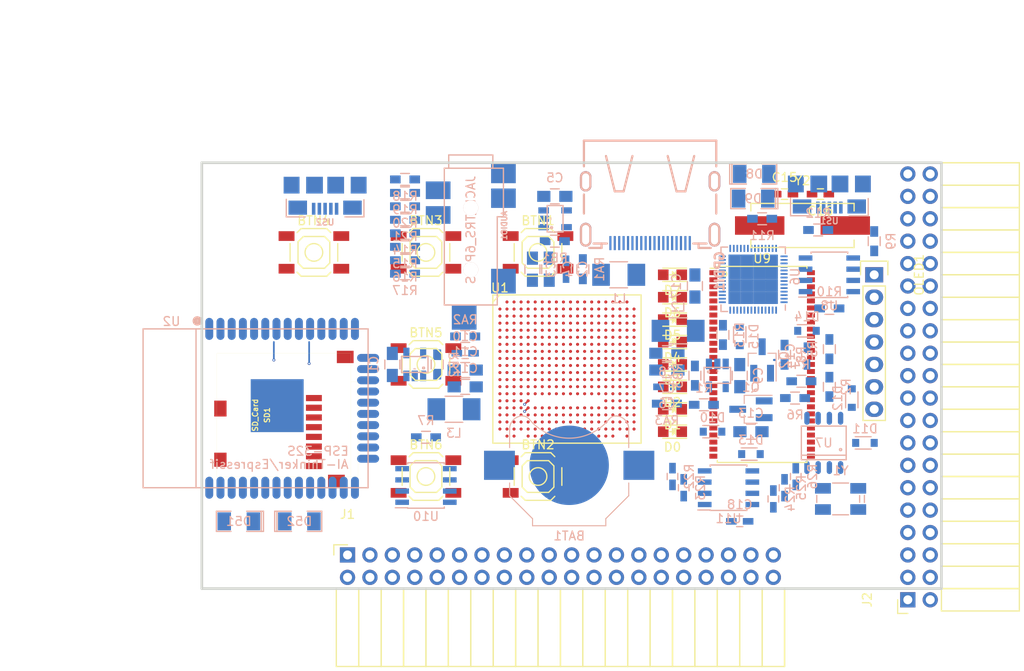
<source format=kicad_pcb>
(kicad_pcb (version 4) (host pcbnew 4.0.5+dfsg1-4)
  (layers (0 F.Cu signal) (1 In1.Cu signal) (2 In2.Cu signal) (31 B.Cu signal) (34 B.Paste user) (35 F.Paste user) (36 B.SilkS user) (37 F.SilkS user) (38 B.Mask user) (39 F.Mask user) (44 Edge.Cuts user))
  (net 0 "")
  (net 1 GND)
  (net 2 +5V)
  (net 3 /gpio/IN5V)
  (net 4 /gpio/OUT5V)
  (net 5 /gpio/P5)
  (net 6 /gpio/P6)
  (net 7 /gpio/P7)
  (net 8 /gpio/P8)
  (net 9 /gpio/P11)
  (net 10 /gpio/P12)
  (net 11 /gpio/P13)
  (net 12 /gpio/P14)
  (net 13 /gpio/P17)
  (net 14 /gpio/P18)
  (net 15 /gpio/P23)
  (net 16 /gpio/P24)
  (net 17 /gpio/P25)
  (net 18 /gpio/P26)
  (net 19 /gpio/P27)
  (net 20 /gpio/P28)
  (net 21 /gpio/P29)
  (net 22 /gpio/P30)
  (net 23 /gpio/P9)
  (net 24 /gpio/P10)
  (net 25 /gpio/P15)
  (net 26 /gpio/P16)
  (net 27 /gpio/P31)
  (net 28 /gpio/P32)
  (net 29 /gpio/P33)
  (net 30 /gpio/P34)
  (net 31 /gpio/P35)
  (net 32 /gpio/P36)
  (net 33 +3V3)
  (net 34 "Net-(L1-Pad1)")
  (net 35 "Net-(L2-Pad1)")
  (net 36 +1V2)
  (net 37 BTN_D)
  (net 38 BTN_F1)
  (net 39 BTN_F2)
  (net 40 BTN_L)
  (net 41 BTN_R)
  (net 42 BTN_U)
  (net 43 /power/FB1)
  (net 44 +2V5)
  (net 45 "Net-(L3-Pad1)")
  (net 46 /power/PWREN)
  (net 47 /power/FB3)
  (net 48 /power/FB2)
  (net 49 "Net-(D9-Pad1)")
  (net 50 /power/VBAT)
  (net 51 SD_3)
  (net 52 JTAG_TDI)
  (net 53 JTAG_TCK)
  (net 54 JTAG_TMS)
  (net 55 JTAG_TDO)
  (net 56 /power/WAKEUPn)
  (net 57 /power/WKUP)
  (net 58 /power/SHUT)
  (net 59 /power/WAKE)
  (net 60 /power/HOLD)
  (net 61 /power/WKn)
  (net 62 /power/OSCI_32k)
  (net 63 /power/OSCO_32k)
  (net 64 /usb/OSCI_12M)
  (net 65 +1V8)
  (net 66 FTDI_nSUSPEND)
  (net 67 USB_FTDI_DM)
  (net 68 USB_FTDI_DP)
  (net 69 /usb/OSCO_12M)
  (net 70 "Net-(Q2-Pad3)")
  (net 71 /usb/EECLK)
  (net 72 /usb/EECS)
  (net 73 "Net-(R11-Pad2)")
  (net 74 /usb/EEDATA)
  (net 75 SHUTDOWN)
  (net 76 /analog/AUDIO_L)
  (net 77 /analog/AUDIO_R)
  (net 78 GPDI_5V_SCL)
  (net 79 GPDI_5V_SDA)
  (net 80 GPDI_SDA)
  (net 81 GPDI_SCL)
  (net 82 /gpdi/VREF2)
  (net 83 /blinkey/BTNPU)
  (net 84 SD_CMD)
  (net 85 SD_CLK)
  (net 86 SD_D0)
  (net 87 SD_D1)
  (net 88 USB5V)
  (net 89 /gpio/R5)
  (net 90 /gpio/R6)
  (net 91 /gpio/R7)
  (net 92 /gpio/R8)
  (net 93 /gpio/R9)
  (net 94 /gpio/R10)
  (net 95 /gpio/R11)
  (net 96 /gpio/R12)
  (net 97 /gpio/R13)
  (net 98 /gpio/R14)
  (net 99 /gpio/R15)
  (net 100 /gpio/R16)
  (net 101 /gpio/R17)
  (net 102 /gpio/R18)
  (net 103 /gpio/R23)
  (net 104 /gpio/R24)
  (net 105 /gpio/R25)
  (net 106 /gpio/R26)
  (net 107 /gpio/R27)
  (net 108 /gpio/R28)
  (net 109 /gpio/R29)
  (net 110 /gpio/R30)
  (net 111 /gpio/R31)
  (net 112 /gpio/R32)
  (net 113 /gpio/R33)
  (net 114 /gpio/R34)
  (net 115 /gpio/R35)
  (net 116 /gpio/R36)
  (module Keystone_3000_1x12mm-CoinCell:Keystone_3000_1x12mm-CoinCell (layer B.Cu) (at 135.73 95.71)
    (fp_text reference BAT1 (at 0 8) (layer B.SilkS) (effects (justify mirror)))
    (fp_text value CR1225)
    (pad 1 smd rect (at -7.9 0) (size 3.5 3.3) (layers B.Cu B.Paste B.Mask) (net 50 /power/VBAT))
    (pad 1 smd rect (at 7.9 0) (size 3.5 3.3) (layers B.Cu B.Paste B.Mask) (net 50 /power/VBAT))
    (pad 2 smd circle (at 0 0) (size 9 9) (layers B.Cu B.Mask) (net 1 GND))
  )
  (module SMD_Packages:SMD-1206_Pol (layer B.Cu) (at 105.149 102.06)
    (fp_text reference D52 (at 0 0) (layer B.SilkS) (effects (justify mirror)))
    (fp_text value 2A)
    (pad 1 smd rect (at -1.651 0) (size 1.524 2.032) (layers B.Cu B.Paste B.Mask) (net 4 /gpio/OUT5V))
    (pad 2 smd rect (at 1.651 0) (size 1.524 2.032) (layers B.Cu B.Paste B.Mask) (net 2 +5V))
  )
  (module SMD_Packages:SMD-1206_Pol (layer B.Cu) (at 98.291 102.06 180)
    (fp_text reference D51 (at 0 0 180) (layer B.SilkS) (effects (justify mirror)))
    (fp_text value 2A)
    (pad 1 smd rect (at -1.651 0 180) (size 1.524 2.032) (layers B.Cu B.Paste B.Mask) (net 2 +5V))
    (pad 2 smd rect (at 1.651 0 180) (size 1.524 2.032) (layers B.Cu B.Paste B.Mask) (net 3 /gpio/IN5V))
  )
  (module micro-sd:MicroSD_TF02D (layer F.Cu) (at 95.8 90.03 90)
    (fp_text reference SD1 (at 0 5.7 90) (layer F.SilkS) (effects (font (size 0.59944 0.59944) (thickness 0.12446))))
    (fp_text value SD_Card (at 0 4.35 90) (layer F.SilkS) (effects (font (size 0.59944 0.59944) (thickness 0.12446))))
    (pad 1 smd rect (at 1.94 11 90) (size 0.7 1.8) (layers F.Cu F.Paste F.Mask) (net 51 SD_3))
    (pad 2 smd rect (at 0.84 11 90) (size 0.7 1.8) (layers F.Cu F.Paste F.Mask) (net 84 SD_CMD))
    (pad 3 smd rect (at -0.26 11 90) (size 0.7 1.8) (layers F.Cu F.Paste F.Mask) (net 1 GND))
    (pad 4 smd rect (at -1.36 11 90) (size 0.7 1.8) (layers F.Cu F.Paste F.Mask) (net 33 +3V3))
    (pad 5 smd rect (at -2.46 11 90) (size 0.7 1.8) (layers F.Cu F.Paste F.Mask) (net 85 SD_CLK))
    (pad 6 smd rect (at -3.56 11 90) (size 0.7 1.8) (layers F.Cu F.Paste F.Mask) (net 1 GND))
    (pad 7 smd rect (at -4.66 11 90) (size 0.7 1.8) (layers F.Cu F.Paste F.Mask) (net 86 SD_D0))
    (pad 8 smd rect (at -5.76 11 90) (size 0.7 1.8) (layers F.Cu F.Paste F.Mask) (net 87 SD_D1))
    (pad S smd rect (at -5.05 0.4 90) (size 1.6 1.4) (layers F.Cu F.Paste F.Mask))
    (pad S smd rect (at 0.75 0.4 90) (size 1.8 1.4) (layers F.Cu F.Paste F.Mask))
    (pad G smd rect (at -7.45 13.55 90) (size 1.4 1.9) (layers F.Cu F.Paste F.Mask))
    (pad G smd rect (at 6.6 14.55 90) (size 1.4 1.9) (layers F.Cu F.Paste F.Mask))
  )
  (module Resistors_SMD:R_1210_HandSoldering (layer B.Cu) (at 141.344 74.12)
    (fp_text reference L1 (at 0 2.7) (layer B.SilkS) (effects (justify mirror)))
    (fp_text value 2.2uH)
    (pad 1 smd rect (at -2 0) (size 2 2.5) (layers B.Cu B.Paste B.Mask) (net 34 "Net-(L1-Pad1)"))
    (pad 2 smd rect (at 2 0) (size 2 2.5) (layers B.Cu B.Paste B.Mask) (net 36 +1V2))
  )
  (module TSOT-25:TSOT-25 (layer B.Cu) (at 134.135 67.77 90)
    (fp_text reference U3 (at 0 -0.5 90) (layer B.SilkS) (effects (font (size 0.15 0.15) (thickness 0.0375)) (justify mirror)))
    (fp_text value AP3429A)
    (pad 1 smd rect (at -0.95 -1.3 90) (size 0.7 1.2) (layers B.Cu B.Paste B.Mask) (net 46 /power/PWREN))
    (pad 2 smd rect (at 0 -1.3 90) (size 0.7 1.2) (layers B.Cu B.Paste B.Mask) (net 1 GND))
    (pad 3 smd rect (at 0.95 -1.3 90) (size 0.7 1.2) (layers B.Cu B.Paste B.Mask) (net 34 "Net-(L1-Pad1)"))
    (pad 4 smd rect (at 0.95 1.3 90) (size 0.7 1.2) (layers B.Cu B.Paste B.Mask) (net 2 +5V))
    (pad 5 smd rect (at -0.95 1.3 90) (size 0.7 1.2) (layers B.Cu B.Paste B.Mask) (net 43 /power/FB1))
  )
  (module Resistors_SMD:R_1210_HandSoldering (layer B.Cu) (at 148.075 80.47 180)
    (fp_text reference L2 (at 0 2.7 180) (layer B.SilkS) (effects (justify mirror)))
    (fp_text value 2.2uH)
    (pad 1 smd rect (at -2 0 180) (size 2 2.5) (layers B.Cu B.Paste B.Mask) (net 35 "Net-(L2-Pad1)"))
    (pad 2 smd rect (at 2 0 180) (size 2 2.5) (layers B.Cu B.Paste B.Mask) (net 33 +3V3))
  )
  (module TSOT-25:TSOT-25 (layer B.Cu) (at 152.52 85.52)
    (fp_text reference U4 (at 0 -0.5) (layer B.SilkS) (effects (font (size 0.15 0.15) (thickness 0.0375)) (justify mirror)))
    (fp_text value AP3429A)
    (pad 1 smd rect (at -0.95 -1.3) (size 0.7 1.2) (layers B.Cu B.Paste B.Mask) (net 46 /power/PWREN))
    (pad 2 smd rect (at 0 -1.3) (size 0.7 1.2) (layers B.Cu B.Paste B.Mask) (net 1 GND))
    (pad 3 smd rect (at 0.95 -1.3) (size 0.7 1.2) (layers B.Cu B.Paste B.Mask) (net 35 "Net-(L2-Pad1)"))
    (pad 4 smd rect (at 0.95 1.3) (size 0.7 1.2) (layers B.Cu B.Paste B.Mask) (net 2 +5V))
    (pad 5 smd rect (at -0.95 1.3) (size 0.7 1.2) (layers B.Cu B.Paste B.Mask) (net 47 /power/FB3))
  )
  (module Buttons_Switches_SMD:SW_SPST_SKQG (layer F.Cu) (at 132.2 71.58)
    (fp_text reference BTN1 (at 0 -3.6) (layer F.SilkS))
    (fp_text value FIRE1)
    (pad 1 smd rect (at -3.1 -1.85) (size 1.8 1.1) (layers F.Cu F.Paste F.Mask) (net 83 /blinkey/BTNPU))
    (pad 1 smd rect (at 3.1 -1.85) (size 1.8 1.1) (layers F.Cu F.Paste F.Mask) (net 83 /blinkey/BTNPU))
    (pad 2 smd rect (at -3.1 1.85) (size 1.8 1.1) (layers F.Cu F.Paste F.Mask) (net 38 BTN_F1))
    (pad 2 smd rect (at 3.1 1.85) (size 1.8 1.1) (layers F.Cu F.Paste F.Mask) (net 38 BTN_F1))
  )
  (module Buttons_Switches_SMD:SW_SPST_SKQG (layer F.Cu) (at 132.2 96.98)
    (fp_text reference BTN2 (at 0 -3.6) (layer F.SilkS))
    (fp_text value FIRE2)
    (pad 1 smd rect (at -3.1 -1.85) (size 1.8 1.1) (layers F.Cu F.Paste F.Mask) (net 83 /blinkey/BTNPU))
    (pad 1 smd rect (at 3.1 -1.85) (size 1.8 1.1) (layers F.Cu F.Paste F.Mask) (net 83 /blinkey/BTNPU))
    (pad 2 smd rect (at -3.1 1.85) (size 1.8 1.1) (layers F.Cu F.Paste F.Mask) (net 39 BTN_F2))
    (pad 2 smd rect (at 3.1 1.85) (size 1.8 1.1) (layers F.Cu F.Paste F.Mask) (net 39 BTN_F2))
  )
  (module Buttons_Switches_SMD:SW_SPST_SKQG (layer F.Cu) (at 119.5 71.58)
    (fp_text reference BTN3 (at 0 -3.6) (layer F.SilkS))
    (fp_text value UP)
    (pad 1 smd rect (at -3.1 -1.85) (size 1.8 1.1) (layers F.Cu F.Paste F.Mask) (net 83 /blinkey/BTNPU))
    (pad 1 smd rect (at 3.1 -1.85) (size 1.8 1.1) (layers F.Cu F.Paste F.Mask) (net 83 /blinkey/BTNPU))
    (pad 2 smd rect (at -3.1 1.85) (size 1.8 1.1) (layers F.Cu F.Paste F.Mask) (net 42 BTN_U))
    (pad 2 smd rect (at 3.1 1.85) (size 1.8 1.1) (layers F.Cu F.Paste F.Mask) (net 42 BTN_U))
  )
  (module Buttons_Switches_SMD:SW_SPST_SKQG (layer F.Cu) (at 106.8 71.58)
    (fp_text reference BTN4 (at 0 -3.6) (layer F.SilkS))
    (fp_text value DOWN)
    (pad 1 smd rect (at -3.1 -1.85) (size 1.8 1.1) (layers F.Cu F.Paste F.Mask) (net 83 /blinkey/BTNPU))
    (pad 1 smd rect (at 3.1 -1.85) (size 1.8 1.1) (layers F.Cu F.Paste F.Mask) (net 83 /blinkey/BTNPU))
    (pad 2 smd rect (at -3.1 1.85) (size 1.8 1.1) (layers F.Cu F.Paste F.Mask) (net 37 BTN_D))
    (pad 2 smd rect (at 3.1 1.85) (size 1.8 1.1) (layers F.Cu F.Paste F.Mask) (net 37 BTN_D))
  )
  (module Buttons_Switches_SMD:SW_SPST_SKQG (layer F.Cu) (at 119.5 84.28)
    (fp_text reference BTN5 (at 0 -3.6) (layer F.SilkS))
    (fp_text value LEFT)
    (pad 1 smd rect (at -3.1 -1.85) (size 1.8 1.1) (layers F.Cu F.Paste F.Mask) (net 83 /blinkey/BTNPU))
    (pad 1 smd rect (at 3.1 -1.85) (size 1.8 1.1) (layers F.Cu F.Paste F.Mask) (net 83 /blinkey/BTNPU))
    (pad 2 smd rect (at -3.1 1.85) (size 1.8 1.1) (layers F.Cu F.Paste F.Mask) (net 40 BTN_L))
    (pad 2 smd rect (at 3.1 1.85) (size 1.8 1.1) (layers F.Cu F.Paste F.Mask) (net 40 BTN_L))
  )
  (module Buttons_Switches_SMD:SW_SPST_SKQG (layer F.Cu) (at 119.5 96.98)
    (fp_text reference BTN6 (at 0 -3.6) (layer F.SilkS))
    (fp_text value RIGHT)
    (pad 1 smd rect (at -3.1 -1.85) (size 1.8 1.1) (layers F.Cu F.Paste F.Mask) (net 83 /blinkey/BTNPU))
    (pad 1 smd rect (at 3.1 -1.85) (size 1.8 1.1) (layers F.Cu F.Paste F.Mask) (net 83 /blinkey/BTNPU))
    (pad 2 smd rect (at -3.1 1.85) (size 1.8 1.1) (layers F.Cu F.Paste F.Mask) (net 41 BTN_R))
    (pad 2 smd rect (at 3.1 1.85) (size 1.8 1.1) (layers F.Cu F.Paste F.Mask) (net 41 BTN_R))
  )
  (module LEDs:LED_0805 (layer F.Cu) (at 147.44 91.9 180)
    (fp_text reference D0 (at 0 -1.75 180) (layer F.SilkS))
    (fp_text value LED)
    (pad 2 smd rect (at 1.04902 0) (size 1.19888 1.19888) (layers F.Cu F.Paste F.Mask))
    (pad 1 smd rect (at -1.04902 0) (size 1.19888 1.19888) (layers F.Cu F.Paste F.Mask) (net 1 GND))
  )
  (module LEDs:LED_0805 (layer F.Cu) (at 147.44 89.36 180)
    (fp_text reference D1 (at 0 -1.75 180) (layer F.SilkS))
    (fp_text value LED)
    (pad 2 smd rect (at 1.04902 0) (size 1.19888 1.19888) (layers F.Cu F.Paste F.Mask))
    (pad 1 smd rect (at -1.04902 0) (size 1.19888 1.19888) (layers F.Cu F.Paste F.Mask) (net 1 GND))
  )
  (module LEDs:LED_0805 (layer F.Cu) (at 147.44 86.82 180)
    (fp_text reference D2 (at 0 -1.75 180) (layer F.SilkS))
    (fp_text value LED)
    (pad 2 smd rect (at 1.04902 0) (size 1.19888 1.19888) (layers F.Cu F.Paste F.Mask))
    (pad 1 smd rect (at -1.04902 0) (size 1.19888 1.19888) (layers F.Cu F.Paste F.Mask) (net 1 GND))
  )
  (module LEDs:LED_0805 (layer F.Cu) (at 147.44 84.28 180)
    (fp_text reference D3 (at 0 -1.75 180) (layer F.SilkS))
    (fp_text value LED)
    (pad 2 smd rect (at 1.04902 0) (size 1.19888 1.19888) (layers F.Cu F.Paste F.Mask))
    (pad 1 smd rect (at -1.04902 0) (size 1.19888 1.19888) (layers F.Cu F.Paste F.Mask) (net 1 GND))
  )
  (module LEDs:LED_0805 (layer F.Cu) (at 147.44 81.74 180)
    (fp_text reference D4 (at 0 -1.75 180) (layer F.SilkS))
    (fp_text value LED)
    (pad 2 smd rect (at 1.04902 0) (size 1.19888 1.19888) (layers F.Cu F.Paste F.Mask))
    (pad 1 smd rect (at -1.04902 0) (size 1.19888 1.19888) (layers F.Cu F.Paste F.Mask) (net 1 GND))
  )
  (module LEDs:LED_0805 (layer F.Cu) (at 147.44 79.2 180)
    (fp_text reference D5 (at 0 -1.75 180) (layer F.SilkS))
    (fp_text value LED)
    (pad 2 smd rect (at 1.04902 0) (size 1.19888 1.19888) (layers F.Cu F.Paste F.Mask))
    (pad 1 smd rect (at -1.04902 0) (size 1.19888 1.19888) (layers F.Cu F.Paste F.Mask) (net 1 GND))
  )
  (module LEDs:LED_0805 (layer F.Cu) (at 147.44 76.66 180)
    (fp_text reference D6 (at 0 -1.75 180) (layer F.SilkS))
    (fp_text value LED)
    (pad 2 smd rect (at 1.04902 0) (size 1.19888 1.19888) (layers F.Cu F.Paste F.Mask))
    (pad 1 smd rect (at -1.04902 0) (size 1.19888 1.19888) (layers F.Cu F.Paste F.Mask) (net 1 GND))
  )
  (module LEDs:LED_0805 (layer F.Cu) (at 147.44 74.12 180)
    (fp_text reference D7 (at 0 -1.75 180) (layer F.SilkS))
    (fp_text value LED)
    (pad 2 smd rect (at 1.04902 0) (size 1.19888 1.19888) (layers F.Cu F.Paste F.Mask))
    (pad 1 smd rect (at -1.04902 0) (size 1.19888 1.19888) (layers F.Cu F.Paste F.Mask) (net 1 GND))
  )
  (module Socket_Strips:Socket_Strip_Straight_1x07 (layer F.Cu) (at 170.3 74.12 270)
    (fp_text reference OLED1 (at 0 -5.1 270) (layer F.SilkS))
    (fp_text value CONN_01X07)
    (pad 1 thru_hole rect (at 0 0 270) (size 1.7272 2.032) (drill 1.016) (layers *.Cu *.Mask) (net 1 GND))
    (pad 2 thru_hole oval (at 2.54 0 270) (size 1.7272 2.032) (drill 1.016) (layers *.Cu *.Mask) (net 33 +3V3))
    (pad 3 thru_hole oval (at 5.08 0 270) (size 1.7272 2.032) (drill 1.016) (layers *.Cu *.Mask))
    (pad 4 thru_hole oval (at 7.62 0 270) (size 1.7272 2.032) (drill 1.016) (layers *.Cu *.Mask))
    (pad 5 thru_hole oval (at 10.16 0 270) (size 1.7272 2.032) (drill 1.016) (layers *.Cu *.Mask))
    (pad 6 thru_hole oval (at 12.7 0 270) (size 1.7272 2.032) (drill 1.016) (layers *.Cu *.Mask))
    (pad 7 thru_hole oval (at 15.24 0 270) (size 1.7272 2.032) (drill 1.016) (layers *.Cu *.Mask))
  )
  (module Resistors_SMD:R_1210_HandSoldering (layer B.Cu) (at 122.675 89.36)
    (fp_text reference L3 (at 0 2.7) (layer B.SilkS) (effects (justify mirror)))
    (fp_text value 2.2uH)
    (pad 1 smd rect (at -2 0) (size 2 2.5) (layers B.Cu B.Paste B.Mask) (net 45 "Net-(L3-Pad1)"))
    (pad 2 smd rect (at 2 0) (size 2 2.5) (layers B.Cu B.Paste B.Mask) (net 44 +2V5))
  )
  (module TSOT-25:TSOT-25 (layer B.Cu) (at 118.23 84.28 180)
    (fp_text reference U5 (at 0 -0.5 180) (layer B.SilkS) (effects (font (size 0.15 0.15) (thickness 0.0375)) (justify mirror)))
    (fp_text value AP3429A)
    (pad 1 smd rect (at -0.95 -1.3 180) (size 0.7 1.2) (layers B.Cu B.Paste B.Mask) (net 46 /power/PWREN))
    (pad 2 smd rect (at 0 -1.3 180) (size 0.7 1.2) (layers B.Cu B.Paste B.Mask) (net 1 GND))
    (pad 3 smd rect (at 0.95 -1.3 180) (size 0.7 1.2) (layers B.Cu B.Paste B.Mask) (net 45 "Net-(L3-Pad1)"))
    (pad 4 smd rect (at 0.95 1.3 180) (size 0.7 1.2) (layers B.Cu B.Paste B.Mask) (net 2 +5V))
    (pad 5 smd rect (at -0.95 1.3 180) (size 0.7 1.2) (layers B.Cu B.Paste B.Mask) (net 48 /power/FB2))
  )
  (module Capacitors_SMD:C_0805_HandSoldering (layer B.Cu) (at 115.69 84.28 270)
    (fp_text reference C1 (at 0 2.1 270) (layer B.SilkS) (effects (justify mirror)))
    (fp_text value 22uF)
    (pad 1 smd rect (at -1.25 0 270) (size 1.5 1.25) (layers B.Cu B.Paste B.Mask) (net 2 +5V))
    (pad 2 smd rect (at 1.25 0 270) (size 1.5 1.25) (layers B.Cu B.Paste B.Mask) (net 1 GND))
  )
  (module Capacitors_SMD:C_0805_HandSoldering (layer B.Cu) (at 131.565 73.485 90)
    (fp_text reference C3 (at 0 2.1 90) (layer B.SilkS) (effects (justify mirror)))
    (fp_text value 22uF)
    (pad 1 smd rect (at -1.25 0 90) (size 1.5 1.25) (layers B.Cu B.Paste B.Mask) (net 36 +1V2))
    (pad 2 smd rect (at 1.25 0 90) (size 1.5 1.25) (layers B.Cu B.Paste B.Mask) (net 1 GND))
  )
  (module Capacitors_SMD:C_0805_HandSoldering (layer B.Cu) (at 133.47 73.485 90)
    (fp_text reference C4 (at 0 2.1 90) (layer B.SilkS) (effects (justify mirror)))
    (fp_text value 22uF)
    (pad 1 smd rect (at -1.25 0 90) (size 1.5 1.25) (layers B.Cu B.Paste B.Mask) (net 36 +1V2))
    (pad 2 smd rect (at 1.25 0 90) (size 1.5 1.25) (layers B.Cu B.Paste B.Mask) (net 1 GND))
  )
  (module Capacitors_SMD:C_0805_HandSoldering (layer B.Cu) (at 134.105 65.23 180)
    (fp_text reference C5 (at 0 2.1 180) (layer B.SilkS) (effects (justify mirror)))
    (fp_text value 22uF)
    (pad 1 smd rect (at -1.25 0 180) (size 1.5 1.25) (layers B.Cu B.Paste B.Mask) (net 2 +5V))
    (pad 2 smd rect (at 1.25 0 180) (size 1.5 1.25) (layers B.Cu B.Paste B.Mask) (net 1 GND))
  )
  (module Capacitors_SMD:C_0805_HandSoldering (layer B.Cu) (at 146.805 84.915)
    (fp_text reference C7 (at 0 2.1) (layer B.SilkS) (effects (justify mirror)))
    (fp_text value 22uF)
    (pad 1 smd rect (at -1.25 0) (size 1.5 1.25) (layers B.Cu B.Paste B.Mask) (net 33 +3V3))
    (pad 2 smd rect (at 1.25 0) (size 1.5 1.25) (layers B.Cu B.Paste B.Mask) (net 1 GND))
  )
  (module Capacitors_SMD:C_0805_HandSoldering (layer B.Cu) (at 146.805 83.01)
    (fp_text reference C8 (at 0 2.1) (layer B.SilkS) (effects (justify mirror)))
    (fp_text value 22uF)
    (pad 1 smd rect (at -1.25 0) (size 1.5 1.25) (layers B.Cu B.Paste B.Mask) (net 33 +3V3))
    (pad 2 smd rect (at 1.25 0) (size 1.5 1.25) (layers B.Cu B.Paste B.Mask) (net 1 GND))
  )
  (module Capacitors_SMD:C_0805_HandSoldering (layer B.Cu) (at 155.06 85.55 90)
    (fp_text reference C9 (at 0 2.1 90) (layer B.SilkS) (effects (justify mirror)))
    (fp_text value 22uF)
    (pad 1 smd rect (at -1.25 0 90) (size 1.5 1.25) (layers B.Cu B.Paste B.Mask) (net 2 +5V))
    (pad 2 smd rect (at 1.25 0 90) (size 1.5 1.25) (layers B.Cu B.Paste B.Mask) (net 1 GND))
  )
  (module Capacitors_SMD:C_0805_HandSoldering (layer B.Cu) (at 123.945 84.915 180)
    (fp_text reference C11 (at 0 2.1 180) (layer B.SilkS) (effects (justify mirror)))
    (fp_text value 22uF)
    (pad 1 smd rect (at -1.25 0 180) (size 1.5 1.25) (layers B.Cu B.Paste B.Mask) (net 44 +2V5))
    (pad 2 smd rect (at 1.25 0 180) (size 1.5 1.25) (layers B.Cu B.Paste B.Mask) (net 1 GND))
  )
  (module Capacitors_SMD:C_0805_HandSoldering (layer B.Cu) (at 123.945 86.82 180)
    (fp_text reference C12 (at 0 2.1 180) (layer B.SilkS) (effects (justify mirror)))
    (fp_text value 22uF)
    (pad 1 smd rect (at -1.25 0 180) (size 1.5 1.25) (layers B.Cu B.Paste B.Mask) (net 44 +2V5))
    (pad 2 smd rect (at 1.25 0 180) (size 1.5 1.25) (layers B.Cu B.Paste B.Mask) (net 1 GND))
  )
  (module SMD_Packages:SMD-1206_Pol (layer B.Cu) (at 156.711 62.69)
    (fp_text reference D8 (at 0 0) (layer B.SilkS) (effects (justify mirror)))
    (fp_text value 2A)
    (pad 1 smd rect (at -1.651 0) (size 1.524 2.032) (layers B.Cu B.Paste B.Mask) (net 2 +5V))
    (pad 2 smd rect (at 1.651 0) (size 1.524 2.032) (layers B.Cu B.Paste B.Mask) (net 88 USB5V))
  )
  (module SMD_Packages:SMD-1206_Pol (layer B.Cu) (at 156.584 65.484 180)
    (fp_text reference D9 (at 0 0 180) (layer B.SilkS) (effects (justify mirror)))
    (fp_text value 2A)
    (pad 1 smd rect (at -1.651 0 180) (size 1.524 2.032) (layers B.Cu B.Paste B.Mask) (net 49 "Net-(D9-Pad1)"))
    (pad 2 smd rect (at 1.651 0 180) (size 1.524 2.032) (layers B.Cu B.Paste B.Mask) (net 2 +5V))
  )
  (module Power_Integrations:SO-8 (layer B.Cu) (at 164.585 93.17 180)
    (fp_text reference U7 (at 0 0 180) (layer B.SilkS) (effects (justify mirror)))
    (fp_text value PCF8523)
    (pad 1 smd oval (at -1.905 -2.794 180) (size 0.6096 1.4732) (layers B.Cu B.Paste B.Mask) (net 62 /power/OSCI_32k))
    (pad 2 smd oval (at -0.635 -2.794 180) (size 0.6096 1.4732) (layers B.Cu B.Paste B.Mask) (net 63 /power/OSCO_32k))
    (pad 3 smd oval (at 0.635 -2.794 180) (size 0.6096 1.4732) (layers B.Cu B.Paste B.Mask) (net 50 /power/VBAT))
    (pad 4 smd oval (at 1.905 -2.794 180) (size 0.6096 1.4732) (layers B.Cu B.Paste B.Mask) (net 1 GND))
    (pad 5 smd oval (at 1.905 2.794 180) (size 0.6096 1.4732) (layers B.Cu B.Paste B.Mask))
    (pad 6 smd oval (at 0.635 2.794 180) (size 0.6096 1.4732) (layers B.Cu B.Paste B.Mask))
    (pad 7 smd oval (at -0.635 2.794 180) (size 0.6096 1.4732) (layers B.Cu B.Paste B.Mask) (net 56 /power/WAKEUPn))
    (pad 8 smd oval (at -1.905 2.794 180) (size 0.6096 1.4732) (layers B.Cu B.Paste B.Mask) (net 44 +2V5))
  )
  (module Capacitors_SMD:C_0805_HandSoldering (layer B.Cu) (at 156.33 91.9 180)
    (fp_text reference C13 (at 0 2.1 180) (layer B.SilkS) (effects (justify mirror)))
    (fp_text value 2.2uF)
    (pad 1 smd rect (at -1.25 0 180) (size 1.5 1.25) (layers B.Cu B.Paste B.Mask) (net 2 +5V))
    (pad 2 smd rect (at 1.25 0 180) (size 1.5 1.25) (layers B.Cu B.Paste B.Mask) (net 57 /power/WKUP))
  )
  (module Diodes_SMD:D_0805 (layer B.Cu) (at 151.978 91.9)
    (fp_text reference D10 (at 0 -1.6) (layer B.SilkS) (effects (justify mirror)))
    (fp_text value 1N4148)
    (pad 1 smd rect (at -1.05 0) (size 0.8 0.9) (layers B.Cu B.Paste B.Mask) (net 59 /power/WAKE))
    (pad 2 smd rect (at 1.05 0) (size 0.8 0.9) (layers B.Cu B.Paste B.Mask) (net 57 /power/WKUP))
  )
  (module Diodes_SMD:D_0805 (layer B.Cu) (at 169.25 93.17)
    (fp_text reference D11 (at 0 -1.6) (layer B.SilkS) (effects (justify mirror)))
    (fp_text value 1N4148)
    (pad 1 smd rect (at -1.05 0) (size 0.8 0.9) (layers B.Cu B.Paste B.Mask) (net 60 /power/HOLD))
    (pad 2 smd rect (at 1.05 0) (size 0.8 0.9) (layers B.Cu B.Paste B.Mask) (net 33 +3V3))
  )
  (module Diodes_SMD:D_0805 (layer B.Cu) (at 155.06 81.105 270)
    (fp_text reference D15 (at 0 -1.6 270) (layer B.SilkS) (effects (justify mirror)))
    (fp_text value BAT42)
    (pad 1 smd rect (at -1.05 0 270) (size 0.8 0.9) (layers B.Cu B.Paste B.Mask) (net 58 /power/SHUT))
    (pad 2 smd rect (at 1.05 0 270) (size 0.8 0.9) (layers B.Cu B.Paste B.Mask) (net 75 SHUTDOWN))
  )
  (module Diodes_SMD:D_0805 (layer B.Cu) (at 167.76 88.09 90)
    (fp_text reference D12 (at 0 -1.6 90) (layer B.SilkS) (effects (justify mirror)))
    (fp_text value 1N4148)
    (pad 1 smd rect (at -1.05 0 90) (size 0.8 0.9) (layers B.Cu B.Paste B.Mask) (net 46 /power/PWREN))
    (pad 2 smd rect (at 1.05 0 90) (size 0.8 0.9) (layers B.Cu B.Paste B.Mask) (net 66 FTDI_nSUSPEND))
  )
  (module usb_otg:USB-MICRO-B-FCI-10118192-0001LF (layer B.Cu) (at 165.22 63.825)
    (fp_text reference US1 (at 0 4.2) (layer B.SilkS) (effects (font (size 0.7 0.7)) (justify mirror)))
    (fp_text value USB_FTDI hide)
    (pad 6 smd rect (at -3.1 2.55) (size 2.1 1.6) (layers B.Cu B.Paste B.Mask) (net 1 GND))
    (pad 6 smd rect (at 3.1 2.55) (size 2.1 1.6) (layers B.Cu B.Paste B.Mask) (net 1 GND))
    (pad "" smd rect (at -1.2 0) (size 1.9 1.9) (layers B.Cu B.Paste B.Mask))
    (pad "" smd rect (at 1.2 0) (size 1.9 1.9) (layers B.Cu B.Paste B.Mask))
    (pad 1 smd rect (at -1.3 2.675) (size 0.4 1.35) (layers B.Cu B.Paste B.Mask) (net 88 USB5V))
    (pad 2 smd rect (at -0.65 2.675) (size 0.4 1.35) (layers B.Cu B.Paste B.Mask) (net 67 USB_FTDI_DM))
    (pad 3 smd rect (at 0 2.675) (size 0.4 1.35) (layers B.Cu B.Paste B.Mask) (net 68 USB_FTDI_DP))
    (pad 4 smd rect (at 0.65 2.675) (size 0.4 1.35) (layers B.Cu B.Paste B.Mask))
    (pad 5 smd rect (at 1.3 2.675) (size 0.4 1.35) (layers B.Cu B.Paste B.Mask) (net 1 GND))
    (pad "" smd rect (at -3.8 0) (size 1.8 1.9) (layers B.Cu B.Paste B.Mask))
    (pad "" smd rect (at 3.8 0) (size 1.8 1.9) (layers B.Cu B.Paste B.Mask))
  )
  (module usb_otg:USB-MICRO-B-FCI-10118192-0001LF (layer B.Cu) (at 108.07 63.96)
    (fp_text reference US2 (at 0 4.2) (layer B.SilkS) (effects (font (size 0.7 0.7)) (justify mirror)))
    (fp_text value USB_FPGA hide)
    (pad 6 smd rect (at -3.1 2.55) (size 2.1 1.6) (layers B.Cu B.Paste B.Mask) (net 1 GND))
    (pad 6 smd rect (at 3.1 2.55) (size 2.1 1.6) (layers B.Cu B.Paste B.Mask) (net 1 GND))
    (pad "" smd rect (at -1.2 0) (size 1.9 1.9) (layers B.Cu B.Paste B.Mask))
    (pad "" smd rect (at 1.2 0) (size 1.9 1.9) (layers B.Cu B.Paste B.Mask))
    (pad 1 smd rect (at -1.3 2.675) (size 0.4 1.35) (layers B.Cu B.Paste B.Mask) (net 49 "Net-(D9-Pad1)"))
    (pad 2 smd rect (at -0.65 2.675) (size 0.4 1.35) (layers B.Cu B.Paste B.Mask))
    (pad 3 smd rect (at 0 2.675) (size 0.4 1.35) (layers B.Cu B.Paste B.Mask))
    (pad 4 smd rect (at 0.65 2.675) (size 0.4 1.35) (layers B.Cu B.Paste B.Mask))
    (pad 5 smd rect (at 1.3 2.675) (size 0.4 1.35) (layers B.Cu B.Paste B.Mask) (net 1 GND))
    (pad "" smd rect (at -3.8 0) (size 1.8 1.9) (layers B.Cu B.Paste B.Mask))
    (pad "" smd rect (at 3.8 0) (size 1.8 1.9) (layers B.Cu B.Paste B.Mask))
  )
  (module audio-jack:CUI_SJ-43516-SMT (layer B.Cu) (at 124.58 69.04 270)
    (fp_text reference AUDIO1 (at -0.5 -3.8 270) (layer B.SilkS) (effects (font (size 0.6096 0.6096) (thickness 0.1524)) (justify mirror)))
    (fp_text value JACK_TRS_6PINS (at 0 0 270) (layer B.SilkS) (effects (justify mirror)))
    (pad 1 smd rect (at -6.4 -3.7 270) (size 2.2 2.8) (layers B.Cu B.Paste B.Mask) (net 76 /analog/AUDIO_L))
    (pad 4 smd rect (at -3.6 -3.7 270) (size 2.2 2.8) (layers B.Cu B.Paste B.Mask))
    (pad 2 smd rect (at 5.8 -3.7 270) (size 2.8 2.8) (layers B.Cu B.Paste B.Mask) (net 1 GND))
    (pad 5 smd rect (at 9.9 0.75 270) (size 2.8 2.8) (layers B.Cu B.Paste B.Mask))
    (pad 3 smd rect (at -1.7 3.7 270) (size 2 2.8) (layers B.Cu B.Paste B.Mask) (net 77 /analog/AUDIO_R))
    (pad 6 smd rect (at -4.5 3.7 270) (size 2 2.8) (layers B.Cu B.Paste B.Mask))
    (pad "" np_thru_hole circle (at -2.5 0 270) (size 1.7 1.7) (drill 1.7) (layers *.Cu *.Mask B.SilkS) (clearance 0.4))
    (pad "" np_thru_hole circle (at 4.5 0 270) (size 1.7 1.7) (drill 1.7) (layers *.Cu *.Mask B.SilkS) (clearance 0.4))
  )
  (module abs25:Crystal_SMD_ABS25 (layer B.Cu) (at 166.49 99.52 180)
    (fp_text reference Y1 (at 0 3.2 180) (layer B.SilkS) (effects (justify mirror)))
    (fp_text value 32768Hz)
    (pad 4 smd rect (at -2 1.2 180) (size 1.8 1.2) (layers B.Cu B.Paste B.Mask) (net 63 /power/OSCO_32k))
    (pad 3 smd rect (at 2 1.2 180) (size 1.8 1.2) (layers B.Cu B.Paste B.Mask))
    (pad 2 smd rect (at 2 -1.2 180) (size 1.8 1.2) (layers B.Cu B.Paste B.Mask))
    (pad 1 smd rect (at -2 -1.2 180) (size 1.8 1.2) (layers B.Cu B.Paste B.Mask) (net 62 /power/OSCI_32k))
  )
  (module TSOP54:TSOP54 (layer F.Cu) (at 157.6 84.28)
    (fp_text reference U9 (at 0 -12) (layer F.SilkS))
    (fp_text value MT48LC16M16A2TG)
    (pad 28 smd rect (at 5.53 10.4) (size 0.9 0.56) (layers F.Cu F.Paste F.Mask) (net 1 GND))
    (pad 1 smd rect (at -5.53 -10.4) (size 0.9 0.56) (layers F.Cu F.Paste F.Mask) (net 33 +3V3))
    (pad 2 smd rect (at -5.53 -9.6) (size 0.9 0.56) (layers F.Cu F.Paste F.Mask))
    (pad 3 smd rect (at -5.53 -8.8) (size 0.9 0.56) (layers F.Cu F.Paste F.Mask) (net 33 +3V3))
    (pad 4 smd rect (at -5.53 -8) (size 0.9 0.56) (layers F.Cu F.Paste F.Mask))
    (pad 5 smd rect (at -5.53 -7.2) (size 0.9 0.56) (layers F.Cu F.Paste F.Mask))
    (pad 6 smd rect (at -5.53 -6.4) (size 0.9 0.56) (layers F.Cu F.Paste F.Mask) (net 1 GND))
    (pad 7 smd rect (at -5.53 -5.6) (size 0.9 0.56) (layers F.Cu F.Paste F.Mask))
    (pad 8 smd rect (at -5.53 -4.8) (size 0.9 0.56) (layers F.Cu F.Paste F.Mask))
    (pad 9 smd rect (at -5.53 -4) (size 0.9 0.56) (layers F.Cu F.Paste F.Mask) (net 33 +3V3))
    (pad 10 smd rect (at -5.53 -3.2) (size 0.9 0.56) (layers F.Cu F.Paste F.Mask))
    (pad 11 smd rect (at -5.53 -2.4) (size 0.9 0.56) (layers F.Cu F.Paste F.Mask))
    (pad 12 smd rect (at -5.53 -1.6) (size 0.9 0.56) (layers F.Cu F.Paste F.Mask) (net 1 GND))
    (pad 13 smd rect (at -5.53 -0.8) (size 0.9 0.56) (layers F.Cu F.Paste F.Mask))
    (pad 14 smd rect (at -5.53 0) (size 0.9 0.56) (layers F.Cu F.Paste F.Mask) (net 33 +3V3))
    (pad 15 smd rect (at -5.53 0.8) (size 0.9 0.56) (layers F.Cu F.Paste F.Mask))
    (pad 16 smd rect (at -5.53 1.6) (size 0.9 0.56) (layers F.Cu F.Paste F.Mask))
    (pad 17 smd rect (at -5.53 2.4) (size 0.9 0.56) (layers F.Cu F.Paste F.Mask))
    (pad 18 smd rect (at -5.53 3.2) (size 0.9 0.56) (layers F.Cu F.Paste F.Mask))
    (pad 19 smd rect (at -5.53 4) (size 0.9 0.56) (layers F.Cu F.Paste F.Mask))
    (pad 20 smd rect (at -5.53 4.8) (size 0.9 0.56) (layers F.Cu F.Paste F.Mask))
    (pad 21 smd rect (at -5.53 5.6) (size 0.9 0.56) (layers F.Cu F.Paste F.Mask))
    (pad 22 smd rect (at -5.53 6.4) (size 0.9 0.56) (layers F.Cu F.Paste F.Mask))
    (pad 23 smd rect (at -5.53 7.2) (size 0.9 0.56) (layers F.Cu F.Paste F.Mask))
    (pad 24 smd rect (at -5.53 8) (size 0.9 0.56) (layers F.Cu F.Paste F.Mask))
    (pad 25 smd rect (at -5.53 8.8) (size 0.9 0.56) (layers F.Cu F.Paste F.Mask))
    (pad 26 smd rect (at -5.53 9.6) (size 0.9 0.56) (layers F.Cu F.Paste F.Mask))
    (pad 27 smd rect (at -5.53 10.4) (size 0.9 0.56) (layers F.Cu F.Paste F.Mask) (net 33 +3V3))
    (pad 29 smd rect (at 5.53 9.6) (size 0.9 0.56) (layers F.Cu F.Paste F.Mask))
    (pad 30 smd rect (at 5.53 8.8) (size 0.9 0.56) (layers F.Cu F.Paste F.Mask))
    (pad 31 smd rect (at 5.53 8) (size 0.9 0.56) (layers F.Cu F.Paste F.Mask))
    (pad 32 smd rect (at 5.53 7.2) (size 0.9 0.56) (layers F.Cu F.Paste F.Mask))
    (pad 33 smd rect (at 5.53 6.4) (size 0.9 0.56) (layers F.Cu F.Paste F.Mask))
    (pad 34 smd rect (at 5.53 5.6) (size 0.9 0.56) (layers F.Cu F.Paste F.Mask))
    (pad 35 smd rect (at 5.53 4.8) (size 0.9 0.56) (layers F.Cu F.Paste F.Mask))
    (pad 36 smd rect (at 5.53 4) (size 0.9 0.56) (layers F.Cu F.Paste F.Mask))
    (pad 37 smd rect (at 5.53 3.2) (size 0.9 0.56) (layers F.Cu F.Paste F.Mask))
    (pad 38 smd rect (at 5.53 2.4) (size 0.9 0.56) (layers F.Cu F.Paste F.Mask))
    (pad 39 smd rect (at 5.53 1.6) (size 0.9 0.56) (layers F.Cu F.Paste F.Mask))
    (pad 40 smd rect (at 5.53 0.8) (size 0.9 0.56) (layers F.Cu F.Paste F.Mask))
    (pad 41 smd rect (at 5.53 0) (size 0.9 0.56) (layers F.Cu F.Paste F.Mask) (net 1 GND))
    (pad 42 smd rect (at 5.53 -0.8) (size 0.9 0.56) (layers F.Cu F.Paste F.Mask))
    (pad 43 smd rect (at 5.53 -1.6) (size 0.9 0.56) (layers F.Cu F.Paste F.Mask) (net 33 +3V3))
    (pad 44 smd rect (at 5.53 -2.4) (size 0.9 0.56) (layers F.Cu F.Paste F.Mask))
    (pad 45 smd rect (at 5.53 -3.2) (size 0.9 0.56) (layers F.Cu F.Paste F.Mask))
    (pad 46 smd rect (at 5.53 -4) (size 0.9 0.56) (layers F.Cu F.Paste F.Mask) (net 1 GND))
    (pad 47 smd rect (at 5.53 -4.8) (size 0.9 0.56) (layers F.Cu F.Paste F.Mask))
    (pad 48 smd rect (at 5.53 -5.6) (size 0.9 0.56) (layers F.Cu F.Paste F.Mask))
    (pad 49 smd rect (at 5.53 -6.4) (size 0.9 0.56) (layers F.Cu F.Paste F.Mask) (net 33 +3V3))
    (pad 50 smd rect (at 5.53 -7.2) (size 0.9 0.56) (layers F.Cu F.Paste F.Mask))
    (pad 51 smd rect (at 5.53 -8) (size 0.9 0.56) (layers F.Cu F.Paste F.Mask))
    (pad 52 smd rect (at 5.53 -8.8) (size 0.9 0.56) (layers F.Cu F.Paste F.Mask) (net 1 GND))
    (pad 53 smd rect (at 5.53 -9.6) (size 0.9 0.56) (layers F.Cu F.Paste F.Mask))
    (pad 54 smd rect (at 5.53 -10.4) (size 0.9 0.56) (layers F.Cu F.Paste F.Mask) (net 1 GND))
  )
  (module Capacitors_SMD:C_0805_HandSoldering (layer B.Cu) (at 149.98 75.39 270)
    (fp_text reference C17 (at 0 2.1 270) (layer B.SilkS) (effects (justify mirror)))
    (fp_text value 3.3uF)
    (pad 1 smd rect (at -1.25 0 270) (size 1.5 1.25) (layers B.Cu B.Paste B.Mask) (net 65 +1V8))
    (pad 2 smd rect (at 1.25 0 270) (size 1.5 1.25) (layers B.Cu B.Paste B.Mask) (net 1 GND))
  )
  (module Housings_DFN_QFN:QFN-56-1EP_7x7mm_Pitch0.4mm (layer B.Cu) (at 156.584 74.628 90)
    (fp_text reference U6 (at 0.3 4.75 90) (layer B.SilkS) (effects (justify mirror)))
    (fp_text value FT2232H-56Q)
    (pad 1 smd rect (at -3.5 2.6 90) (size 0.8 0.2) (layers B.Cu B.Paste B.Mask) (net 72 /usb/EECS))
    (pad 2 smd rect (at -3.5 2.2 90) (size 0.8 0.2) (layers B.Cu B.Paste B.Mask) (net 65 +1V8))
    (pad 3 smd rect (at -3.5 1.8 90) (size 0.8 0.2) (layers B.Cu B.Paste B.Mask) (net 64 /usb/OSCI_12M))
    (pad 4 smd rect (at -3.5 1.4 90) (size 0.8 0.2) (layers B.Cu B.Paste B.Mask) (net 69 /usb/OSCO_12M))
    (pad 5 smd rect (at -3.5 1 90) (size 0.8 0.2) (layers B.Cu B.Paste B.Mask) (net 33 +3V3))
    (pad 6 smd rect (at -3.5 0.6 90) (size 0.8 0.2) (layers B.Cu B.Paste B.Mask))
    (pad 7 smd rect (at -3.5 0.2 90) (size 0.8 0.2) (layers B.Cu B.Paste B.Mask) (net 67 USB_FTDI_DM))
    (pad 8 smd rect (at -3.5 -0.2 90) (size 0.8 0.2) (layers B.Cu B.Paste B.Mask) (net 68 USB_FTDI_DP))
    (pad 9 smd rect (at -3.5 -0.6 90) (size 0.8 0.2) (layers B.Cu B.Paste B.Mask) (net 33 +3V3))
    (pad 10 smd rect (at -3.5 -1 90) (size 0.8 0.2) (layers B.Cu B.Paste B.Mask))
    (pad 11 smd rect (at -3.5 -1.4 90) (size 0.8 0.2) (layers B.Cu B.Paste B.Mask))
    (pad 12 smd rect (at -3.5 -1.8 90) (size 0.8 0.2) (layers B.Cu B.Paste B.Mask) (net 53 JTAG_TCK))
    (pad 15 smd rect (at -2.6 -3.5) (size 0.8 0.2) (layers B.Cu B.Paste B.Mask) (net 54 JTAG_TMS))
    (pad 16 smd rect (at -2.2 -3.5) (size 0.8 0.2) (layers B.Cu B.Paste B.Mask) (net 33 +3V3))
    (pad 17 smd rect (at -1.8 -3.5) (size 0.8 0.2) (layers B.Cu B.Paste B.Mask))
    (pad 18 smd rect (at -1.4 -3.5) (size 0.8 0.2) (layers B.Cu B.Paste B.Mask))
    (pad 19 smd rect (at -1 -3.5) (size 0.8 0.2) (layers B.Cu B.Paste B.Mask))
    (pad 20 smd rect (at -0.6 -3.5) (size 0.8 0.2) (layers B.Cu B.Paste B.Mask))
    (pad 21 smd rect (at -0.2 -3.5) (size 0.8 0.2) (layers B.Cu B.Paste B.Mask) (net 1 GND))
    (pad 22 smd rect (at 0.2 -3.5) (size 0.8 0.2) (layers B.Cu B.Paste B.Mask))
    (pad 23 smd rect (at 0.6 -3.5) (size 0.8 0.2) (layers B.Cu B.Paste B.Mask))
    (pad 24 smd rect (at 1 -3.5) (size 0.8 0.2) (layers B.Cu B.Paste B.Mask))
    (pad 57 smd rect (at -2.1 2.1 90) (size 1.4 1.4) (layers B.Cu B.Paste B.Mask) (net 1 GND))
    (pad 13 smd rect (at -3.5 -2.2 90) (size 0.8 0.2) (layers B.Cu B.Paste B.Mask) (net 52 JTAG_TDI))
    (pad 14 smd rect (at -3.5 -2.6 90) (size 0.8 0.2) (layers B.Cu B.Paste B.Mask) (net 55 JTAG_TDO))
    (pad 25 smd rect (at 1.4 -3.5) (size 0.8 0.2) (layers B.Cu B.Paste B.Mask))
    (pad 26 smd rect (at 1.8 -3.5) (size 0.8 0.2) (layers B.Cu B.Paste B.Mask))
    (pad 27 smd rect (at 2.2 -3.5) (size 0.8 0.2) (layers B.Cu B.Paste B.Mask))
    (pad 28 smd rect (at 2.6 -3.5) (size 0.8 0.2) (layers B.Cu B.Paste B.Mask))
    (pad 42 smd rect (at 3.5 2.6 90) (size 0.8 0.2) (layers B.Cu B.Paste B.Mask))
    (pad 41 smd rect (at 3.5 2.2 90) (size 0.8 0.2) (layers B.Cu B.Paste B.Mask) (net 1 GND))
    (pad 39 smd rect (at 3.5 1.4 90) (size 0.8 0.2) (layers B.Cu B.Paste B.Mask))
    (pad 38 smd rect (at 3.5 1 90) (size 0.8 0.2) (layers B.Cu B.Paste B.Mask))
    (pad 40 smd rect (at 3.5 1.8 90) (size 0.8 0.2) (layers B.Cu B.Paste B.Mask))
    (pad 35 smd rect (at 3.5 -0.2 90) (size 0.8 0.2) (layers B.Cu B.Paste B.Mask))
    (pad 34 smd rect (at 3.5 -0.6 90) (size 0.8 0.2) (layers B.Cu B.Paste B.Mask))
    (pad 33 smd rect (at 3.5 -1 90) (size 0.8 0.2) (layers B.Cu B.Paste B.Mask))
    (pad 36 smd rect (at 3.5 0.2 90) (size 0.8 0.2) (layers B.Cu B.Paste B.Mask) (net 33 +3V3))
    (pad 37 smd rect (at 3.5 0.6 90) (size 0.8 0.2) (layers B.Cu B.Paste B.Mask))
    (pad 30 smd rect (at 3.5 -2.2 90) (size 0.8 0.2) (layers B.Cu B.Paste B.Mask) (net 66 FTDI_nSUSPEND))
    (pad 31 smd rect (at 3.5 -1.8 90) (size 0.8 0.2) (layers B.Cu B.Paste B.Mask) (net 65 +1V8))
    (pad 32 smd rect (at 3.5 -1.4 90) (size 0.8 0.2) (layers B.Cu B.Paste B.Mask))
    (pad 29 smd rect (at 3.5 -2.6 90) (size 0.8 0.2) (layers B.Cu B.Paste B.Mask))
    (pad 55 smd rect (at -2.2 3.5) (size 0.8 0.2) (layers B.Cu B.Paste B.Mask) (net 74 /usb/EEDATA))
    (pad 56 smd rect (at -2.6 3.5) (size 0.8 0.2) (layers B.Cu B.Paste B.Mask) (net 71 /usb/EECLK))
    (pad 51 smd rect (at -0.6 3.5) (size 0.8 0.2) (layers B.Cu B.Paste B.Mask))
    (pad 49 smd rect (at 0.2 3.5) (size 0.8 0.2) (layers B.Cu B.Paste B.Mask))
    (pad 52 smd rect (at -1 3.5) (size 0.8 0.2) (layers B.Cu B.Paste B.Mask))
    (pad 53 smd rect (at -1.4 3.5) (size 0.8 0.2) (layers B.Cu B.Paste B.Mask))
    (pad 50 smd rect (at -0.2 3.5) (size 0.8 0.2) (layers B.Cu B.Paste B.Mask) (net 33 +3V3))
    (pad 54 smd rect (at -1.8 3.5) (size 0.8 0.2) (layers B.Cu B.Paste B.Mask))
    (pad 45 smd rect (at 1.8 3.5) (size 0.8 0.2) (layers B.Cu B.Paste B.Mask) (net 1 GND))
    (pad 47 smd rect (at 1 3.5) (size 0.8 0.2) (layers B.Cu B.Paste B.Mask))
    (pad 46 smd rect (at 1.4 3.5) (size 0.8 0.2) (layers B.Cu B.Paste B.Mask))
    (pad 44 smd rect (at 2.2 3.5) (size 0.8 0.2) (layers B.Cu B.Paste B.Mask) (net 33 +3V3))
    (pad 43 smd rect (at 2.6 3.5) (size 0.8 0.2) (layers B.Cu B.Paste B.Mask))
    (pad 48 smd rect (at 0.6 3.5) (size 0.8 0.2) (layers B.Cu B.Paste B.Mask))
    (pad 57 smd rect (at -0.7 2.1 90) (size 1.4 1.4) (layers B.Cu B.Paste B.Mask) (net 1 GND))
    (pad 57 smd rect (at 0.7 2.1 90) (size 1.4 1.4) (layers B.Cu B.Paste B.Mask) (net 1 GND))
    (pad 57 smd rect (at 2.1 2.1 90) (size 1.4 1.4) (layers B.Cu B.Paste B.Mask) (net 1 GND))
    (pad 57 smd rect (at 2.1 0.7 90) (size 1.4 1.4) (layers B.Cu B.Paste B.Mask) (net 1 GND))
    (pad 57 smd rect (at 0.7 0.7 90) (size 1.4 1.4) (layers B.Cu B.Paste B.Mask) (net 1 GND))
    (pad 57 smd rect (at -2.1 0.7 90) (size 1.4 1.4) (layers B.Cu B.Paste B.Mask) (net 1 GND))
    (pad 57 smd rect (at -0.7 0.7 90) (size 1.4 1.4) (layers B.Cu B.Paste B.Mask) (net 1 GND))
    (pad 57 smd rect (at 2.1 -0.7 90) (size 1.4 1.4) (layers B.Cu B.Paste B.Mask) (net 1 GND))
    (pad 57 smd rect (at 0.7 -0.7 90) (size 1.4 1.4) (layers B.Cu B.Paste B.Mask) (net 1 GND))
    (pad 57 smd rect (at -2.1 -0.7 90) (size 1.4 1.4) (layers B.Cu B.Paste B.Mask) (net 1 GND))
    (pad 57 smd rect (at -0.7 -0.7 90) (size 1.4 1.4) (layers B.Cu B.Paste B.Mask) (net 1 GND))
    (pad 57 smd rect (at 2.1 -2.1 90) (size 1.4 1.4) (layers B.Cu B.Paste B.Mask) (net 1 GND))
    (pad 57 smd rect (at 0.7 -2.1 90) (size 1.4 1.4) (layers B.Cu B.Paste B.Mask) (net 1 GND))
    (pad 57 smd rect (at -2.1 -2.1 90) (size 1.4 1.4) (layers B.Cu B.Paste B.Mask) (net 1 GND))
    (pad 57 smd rect (at -0.7 -2.1 90) (size 1.4 1.4) (layers B.Cu B.Paste B.Mask) (net 1 GND))
  )
  (module Crystals:Crystal_HC49-SD_SMD (layer F.Cu) (at 162.172 68.532)
    (fp_text reference Y2 (at 0 -5.08) (layer F.SilkS))
    (fp_text value 12MHz)
    (pad 1 smd rect (at -4.84886 0) (size 5.6007 2.10058) (layers F.Cu F.Paste F.Mask) (net 64 /usb/OSCI_12M))
    (pad 2 smd rect (at 4.84886 0) (size 5.6007 2.10058) (layers F.Cu F.Paste F.Mask) (net 69 /usb/OSCO_12M))
  )
  (module TO_SOT_Packages_SMD:SOT-23_Handsoldering (layer B.Cu) (at 156.33 89.36 180)
    (fp_text reference Q1 (at 0 2.5 180) (layer B.SilkS) (effects (justify mirror)))
    (fp_text value BC857)
    (pad 1 smd rect (at -1.5 0.95 180) (size 1.9 0.8) (layers B.Cu B.Paste B.Mask) (net 61 /power/WKn))
    (pad 2 smd rect (at -1.5 -0.95 180) (size 1.9 0.8) (layers B.Cu B.Paste B.Mask) (net 2 +5V))
    (pad 3 smd rect (at 1.5 0 180) (size 1.9 0.8) (layers B.Cu B.Paste B.Mask) (net 57 /power/WKUP))
  )
  (module TO_SOT_Packages_SMD:SOT-23_Handsoldering (layer B.Cu) (at 157.6 83.772 90)
    (fp_text reference Q2 (at 0 2.5 90) (layer B.SilkS) (effects (justify mirror)))
    (fp_text value 2N7002)
    (pad 1 smd rect (at -1.5 0.95 90) (size 1.9 0.8) (layers B.Cu B.Paste B.Mask) (net 58 /power/SHUT))
    (pad 2 smd rect (at -1.5 -0.95 90) (size 1.9 0.8) (layers B.Cu B.Paste B.Mask) (net 1 GND))
    (pad 3 smd rect (at 1.5 0 90) (size 1.9 0.8) (layers B.Cu B.Paste B.Mask) (net 70 "Net-(Q2-Pad3)"))
  )
  (module Housings_SOIC:SOIC-8_3.9x4.9mm_Pitch1.27mm (layer B.Cu) (at 165.22 74.12)
    (fp_text reference U8 (at 0 3.5) (layer B.SilkS) (effects (justify mirror)))
    (fp_text value 93CxxC)
    (pad 1 smd rect (at -2.7 1.905) (size 1.55 0.6) (layers B.Cu B.Paste B.Mask) (net 72 /usb/EECS))
    (pad 2 smd rect (at -2.7 0.635) (size 1.55 0.6) (layers B.Cu B.Paste B.Mask) (net 71 /usb/EECLK))
    (pad 3 smd rect (at -2.7 -0.635) (size 1.55 0.6) (layers B.Cu B.Paste B.Mask) (net 74 /usb/EEDATA))
    (pad 4 smd rect (at -2.7 -1.905) (size 1.55 0.6) (layers B.Cu B.Paste B.Mask) (net 73 "Net-(R11-Pad2)"))
    (pad 5 smd rect (at 2.7 -1.905) (size 1.55 0.6) (layers B.Cu B.Paste B.Mask) (net 1 GND))
    (pad 6 smd rect (at 2.7 -0.635) (size 1.55 0.6) (layers B.Cu B.Paste B.Mask) (net 33 +3V3))
    (pad 7 smd rect (at 2.7 0.635) (size 1.55 0.6) (layers B.Cu B.Paste B.Mask) (net 1 GND))
    (pad 8 smd rect (at 2.7 1.905) (size 1.55 0.6) (layers B.Cu B.Paste B.Mask) (net 33 +3V3))
  )
  (module Capacitors_SMD:C_0603_HandSoldering (layer B.Cu) (at 135.375 73.485 90)
    (fp_text reference C2 (at 0 1.9 90) (layer B.SilkS) (effects (justify mirror)))
    (fp_text value 470pF)
    (pad 1 smd rect (at -0.95 0 90) (size 1.2 0.75) (layers B.Cu B.Paste B.Mask) (net 36 +1V2))
    (pad 2 smd rect (at 0.95 0 90) (size 1.2 0.75) (layers B.Cu B.Paste B.Mask) (net 43 /power/FB1))
  )
  (module Capacitors_SMD:C_0603_HandSoldering (layer B.Cu) (at 146.805 86.82)
    (fp_text reference C6 (at 0 1.9) (layer B.SilkS) (effects (justify mirror)))
    (fp_text value 470pF)
    (pad 1 smd rect (at -0.95 0) (size 1.2 0.75) (layers B.Cu B.Paste B.Mask) (net 33 +3V3))
    (pad 2 smd rect (at 0.95 0) (size 1.2 0.75) (layers B.Cu B.Paste B.Mask) (net 47 /power/FB3))
  )
  (module Capacitors_SMD:C_0603_HandSoldering (layer B.Cu) (at 123.945 83.01 180)
    (fp_text reference C10 (at 0 1.9 180) (layer B.SilkS) (effects (justify mirror)))
    (fp_text value 470pF)
    (pad 1 smd rect (at -0.95 0 180) (size 1.2 0.75) (layers B.Cu B.Paste B.Mask) (net 44 +2V5))
    (pad 2 smd rect (at 0.95 0 180) (size 1.2 0.75) (layers B.Cu B.Paste B.Mask) (net 48 /power/FB2))
  )
  (module Capacitors_SMD:C_0603_HandSoldering (layer B.Cu) (at 162.68 83.33 270)
    (fp_text reference C14 (at 0 1.9 270) (layer B.SilkS) (effects (justify mirror)))
    (fp_text value 100nF)
    (pad 1 smd rect (at -0.95 0 270) (size 1.2 0.75) (layers B.Cu B.Paste B.Mask) (net 58 /power/SHUT))
    (pad 2 smd rect (at 0.95 0 270) (size 1.2 0.75) (layers B.Cu B.Paste B.Mask) (net 1 GND))
  )
  (module Capacitors_SMD:C_0603_HandSoldering (layer F.Cu) (at 160.14 64.976)
    (fp_text reference C15 (at 0 -1.9) (layer F.SilkS))
    (fp_text value 27pF)
    (pad 1 smd rect (at -0.95 0) (size 1.2 0.75) (layers F.Cu F.Paste F.Mask) (net 64 /usb/OSCI_12M))
    (pad 2 smd rect (at 0.95 0) (size 1.2 0.75) (layers F.Cu F.Paste F.Mask) (net 1 GND))
  )
  (module Capacitors_SMD:C_0603_HandSoldering (layer F.Cu) (at 164.204 64.976 180)
    (fp_text reference C16 (at 0 -1.9 180) (layer F.SilkS))
    (fp_text value 27pF)
    (pad 1 smd rect (at -0.95 0 180) (size 1.2 0.75) (layers F.Cu F.Paste F.Mask) (net 69 /usb/OSCO_12M))
    (pad 2 smd rect (at 0.95 0 180) (size 1.2 0.75) (layers F.Cu F.Paste F.Mask) (net 1 GND))
  )
  (module Resistors_SMD:R_0603_HandSoldering (layer B.Cu) (at 150.996 88.852 180)
    (fp_text reference R1 (at 0 1.9 180) (layer B.SilkS) (effects (justify mirror)))
    (fp_text value 15k)
    (pad 1 smd rect (at -1.1 0 180) (size 1.2 0.9) (layers B.Cu B.Paste B.Mask) (net 59 /power/WAKE))
    (pad 2 smd rect (at 1.1 0 180) (size 1.2 0.9) (layers B.Cu B.Paste B.Mask) (net 46 /power/PWREN))
  )
  (module Resistors_SMD:R_0603_HandSoldering (layer B.Cu) (at 165.22 86.82 90)
    (fp_text reference R2 (at 0 1.9 90) (layer B.SilkS) (effects (justify mirror)))
    (fp_text value 47k)
    (pad 1 smd rect (at -1.1 0 90) (size 1.2 0.9) (layers B.Cu B.Paste B.Mask) (net 46 /power/PWREN))
    (pad 2 smd rect (at 1.1 0 90) (size 1.2 0.9) (layers B.Cu B.Paste B.Mask) (net 1 GND))
  )
  (module Resistors_SMD:R_0603_HandSoldering (layer B.Cu) (at 162.045 86.185 180)
    (fp_text reference R4 (at 0 1.9 180) (layer B.SilkS) (effects (justify mirror)))
    (fp_text value 15k)
    (pad 1 smd rect (at -1.1 0 180) (size 1.2 0.9) (layers B.Cu B.Paste B.Mask) (net 60 /power/HOLD))
    (pad 2 smd rect (at 1.1 0 180) (size 1.2 0.9) (layers B.Cu B.Paste B.Mask) (net 46 /power/PWREN))
  )
  (module Resistors_SMD:R_0603_HandSoldering (layer B.Cu) (at 165.22 82.545 270)
    (fp_text reference R5 (at 0 1.9 270) (layer B.SilkS) (effects (justify mirror)))
    (fp_text value 4.7M)
    (pad 1 smd rect (at -1.1 0 270) (size 1.2 0.9) (layers B.Cu B.Paste B.Mask) (net 58 /power/SHUT))
    (pad 2 smd rect (at 1.1 0 270) (size 1.2 0.9) (layers B.Cu B.Paste B.Mask) (net 1 GND))
  )
  (module Resistors_SMD:R_0603_HandSoldering (layer B.Cu) (at 161.33 88.09)
    (fp_text reference R6 (at 0 1.9) (layer B.SilkS) (effects (justify mirror)))
    (fp_text value 1k)
    (pad 1 smd rect (at -1.1 0) (size 1.2 0.9) (layers B.Cu B.Paste B.Mask) (net 61 /power/WKn))
    (pad 2 smd rect (at 1.1 0) (size 1.2 0.9) (layers B.Cu B.Paste B.Mask) (net 56 /power/WAKEUPn))
  )
  (module Resistors_SMD:R_0603_HandSoldering (layer B.Cu) (at 119.5 92.535 180)
    (fp_text reference R7 (at 0 1.9 180) (layer B.SilkS) (effects (justify mirror)))
    (fp_text value 220)
    (pad 1 smd rect (at -1.1 0 180) (size 1.2 0.9) (layers B.Cu B.Paste B.Mask) (net 33 +3V3))
    (pad 2 smd rect (at 1.1 0 180) (size 1.2 0.9) (layers B.Cu B.Paste B.Mask) (net 83 /blinkey/BTNPU))
  )
  (module Resistors_SMD:R_0603_HandSoldering (layer B.Cu) (at 160.14 83.18 90)
    (fp_text reference R8 (at 0 1.9 90) (layer B.SilkS) (effects (justify mirror)))
    (fp_text value 1k)
    (pad 1 smd rect (at -1.1 0 90) (size 1.2 0.9) (layers B.Cu B.Paste B.Mask) (net 46 /power/PWREN))
    (pad 2 smd rect (at 1.1 0 90) (size 1.2 0.9) (layers B.Cu B.Paste B.Mask) (net 70 "Net-(Q2-Pad3)"))
  )
  (module Resistors_SMD:R_0603_HandSoldering (layer B.Cu) (at 170.3 70.31 90)
    (fp_text reference R9 (at 0 1.9 90) (layer B.SilkS) (effects (justify mirror)))
    (fp_text value 10k)
    (pad 1 smd rect (at -1.1 0 90) (size 1.2 0.9) (layers B.Cu B.Paste B.Mask) (net 33 +3V3))
    (pad 2 smd rect (at 1.1 0 90) (size 1.2 0.9) (layers B.Cu B.Paste B.Mask) (net 71 /usb/EECLK))
  )
  (module Resistors_SMD:R_0603_HandSoldering (layer B.Cu) (at 165.22 77.93 180)
    (fp_text reference R10 (at 0 1.9 180) (layer B.SilkS) (effects (justify mirror)))
    (fp_text value 10k)
    (pad 1 smd rect (at -1.1 0 180) (size 1.2 0.9) (layers B.Cu B.Paste B.Mask) (net 33 +3V3))
    (pad 2 smd rect (at 1.1 0 180) (size 1.2 0.9) (layers B.Cu B.Paste B.Mask) (net 72 /usb/EECS))
  )
  (module Resistors_SMD:R_0603_HandSoldering (layer B.Cu) (at 157.6 67.77)
    (fp_text reference R11 (at 0 1.9) (layer B.SilkS) (effects (justify mirror)))
    (fp_text value 10k)
    (pad 1 smd rect (at -1.1 0) (size 1.2 0.9) (layers B.Cu B.Paste B.Mask) (net 33 +3V3))
    (pad 2 smd rect (at 1.1 0) (size 1.2 0.9) (layers B.Cu B.Paste B.Mask) (net 73 "Net-(R11-Pad2)"))
  )
  (module Resistors_SMD:R_0603_HandSoldering (layer B.Cu) (at 163.95 69.04 180)
    (fp_text reference R12 (at 0 1.9 180) (layer B.SilkS) (effects (justify mirror)))
    (fp_text value 2.2k)
    (pad 1 smd rect (at -1.1 0 180) (size 1.2 0.9) (layers B.Cu B.Paste B.Mask) (net 74 /usb/EEDATA))
    (pad 2 smd rect (at 1.1 0 180) (size 1.2 0.9) (layers B.Cu B.Paste B.Mask) (net 73 "Net-(R11-Pad2)"))
  )
  (module Resistors_SMD:R_0603_HandSoldering (layer B.Cu) (at 153.155 80.935 90)
    (fp_text reference R13 (at 0 1.9 90) (layer B.SilkS) (effects (justify mirror)))
    (fp_text value 15k)
    (pad 1 smd rect (at -1.1 0 90) (size 1.2 0.9) (layers B.Cu B.Paste B.Mask) (net 75 SHUTDOWN))
    (pad 2 smd rect (at 1.1 0 90) (size 1.2 0.9) (layers B.Cu B.Paste B.Mask) (net 1 GND))
  )
  (module Resistors_SMD:R_0603_HandSoldering (layer B.Cu) (at 137.28 73.485 90)
    (fp_text reference RA1 (at 0 1.9 90) (layer B.SilkS) (effects (justify mirror)))
    (fp_text value 15k)
    (pad 1 smd rect (at -1.1 0 90) (size 1.2 0.9) (layers B.Cu B.Paste B.Mask) (net 36 +1V2))
    (pad 2 smd rect (at 1.1 0 90) (size 1.2 0.9) (layers B.Cu B.Paste B.Mask) (net 43 /power/FB1))
  )
  (module Resistors_SMD:R_0603_HandSoldering (layer B.Cu) (at 123.945 81.105 180)
    (fp_text reference RA2 (at 0 1.9 180) (layer B.SilkS) (effects (justify mirror)))
    (fp_text value 15k)
    (pad 1 smd rect (at -1.1 0 180) (size 1.2 0.9) (layers B.Cu B.Paste B.Mask) (net 44 +2V5))
    (pad 2 smd rect (at 1.1 0 180) (size 1.2 0.9) (layers B.Cu B.Paste B.Mask) (net 48 /power/FB2))
  )
  (module Resistors_SMD:R_0603_HandSoldering (layer B.Cu) (at 146.805 88.725)
    (fp_text reference RA3 (at 0 1.9) (layer B.SilkS) (effects (justify mirror)))
    (fp_text value 15k)
    (pad 1 smd rect (at -1.1 0) (size 1.2 0.9) (layers B.Cu B.Paste B.Mask) (net 33 +3V3))
    (pad 2 smd rect (at 1.1 0) (size 1.2 0.9) (layers B.Cu B.Paste B.Mask) (net 47 /power/FB3))
  )
  (module Resistors_SMD:R_0603_HandSoldering (layer B.Cu) (at 134.105 70.31)
    (fp_text reference RB1 (at 0 1.9) (layer B.SilkS) (effects (justify mirror)))
    (fp_text value 15k)
    (pad 1 smd rect (at -1.1 0) (size 1.2 0.9) (layers B.Cu B.Paste B.Mask) (net 1 GND))
    (pad 2 smd rect (at 1.1 0) (size 1.2 0.9) (layers B.Cu B.Paste B.Mask) (net 43 /power/FB1))
  )
  (module Resistors_SMD:R_0603_HandSoldering (layer B.Cu) (at 120.77 84.28 90)
    (fp_text reference RB2 (at 0 1.9 90) (layer B.SilkS) (effects (justify mirror)))
    (fp_text value 4.7k)
    (pad 1 smd rect (at -1.1 0 90) (size 1.2 0.9) (layers B.Cu B.Paste B.Mask) (net 1 GND))
    (pad 2 smd rect (at 1.1 0 90) (size 1.2 0.9) (layers B.Cu B.Paste B.Mask) (net 48 /power/FB2))
  )
  (module Resistors_SMD:R_0603_HandSoldering (layer B.Cu) (at 149.98 85.55 270)
    (fp_text reference RB3 (at 0 1.9 270) (layer B.SilkS) (effects (justify mirror)))
    (fp_text value 3.3k)
    (pad 1 smd rect (at -1.1 0 270) (size 1.2 0.9) (layers B.Cu B.Paste B.Mask) (net 1 GND))
    (pad 2 smd rect (at 1.1 0 270) (size 1.2 0.9) (layers B.Cu B.Paste B.Mask) (net 47 /power/FB3))
  )
  (module Resistors_SMD:R_0603_HandSoldering (layer B.Cu) (at 117.128 69.422)
    (fp_text reference R14 (at 0 1.9) (layer B.SilkS) (effects (justify mirror)))
    (fp_text value 800)
    (pad 1 smd rect (at -1.1 0) (size 1.2 0.9) (layers B.Cu B.Paste B.Mask))
    (pad 2 smd rect (at 1.1 0) (size 1.2 0.9) (layers B.Cu B.Paste B.Mask) (net 76 /analog/AUDIO_L))
  )
  (module Resistors_SMD:R_0603_HandSoldering (layer B.Cu) (at 117.128 70.946)
    (fp_text reference R15 (at 0 1.9) (layer B.SilkS) (effects (justify mirror)))
    (fp_text value 400)
    (pad 1 smd rect (at -1.1 0) (size 1.2 0.9) (layers B.Cu B.Paste B.Mask))
    (pad 2 smd rect (at 1.1 0) (size 1.2 0.9) (layers B.Cu B.Paste B.Mask) (net 76 /analog/AUDIO_L))
  )
  (module Resistors_SMD:R_0603_HandSoldering (layer B.Cu) (at 117.128 72.47)
    (fp_text reference R16 (at 0 1.9) (layer B.SilkS) (effects (justify mirror)))
    (fp_text value 200)
    (pad 1 smd rect (at -1.1 0) (size 1.2 0.9) (layers B.Cu B.Paste B.Mask))
    (pad 2 smd rect (at 1.1 0) (size 1.2 0.9) (layers B.Cu B.Paste B.Mask) (net 76 /analog/AUDIO_L))
  )
  (module Resistors_SMD:R_0603_HandSoldering (layer B.Cu) (at 117.128 73.994)
    (fp_text reference R17 (at 0 1.9) (layer B.SilkS) (effects (justify mirror)))
    (fp_text value 100)
    (pad 1 smd rect (at -1.1 0) (size 1.2 0.9) (layers B.Cu B.Paste B.Mask))
    (pad 2 smd rect (at 1.1 0) (size 1.2 0.9) (layers B.Cu B.Paste B.Mask) (net 76 /analog/AUDIO_L))
  )
  (module Resistors_SMD:R_0603_HandSoldering (layer B.Cu) (at 117.128 63.31)
    (fp_text reference R18 (at 0 1.9) (layer B.SilkS) (effects (justify mirror)))
    (fp_text value 800)
    (pad 1 smd rect (at -1.1 0) (size 1.2 0.9) (layers B.Cu B.Paste B.Mask))
    (pad 2 smd rect (at 1.1 0) (size 1.2 0.9) (layers B.Cu B.Paste B.Mask) (net 77 /analog/AUDIO_R))
  )
  (module Resistors_SMD:R_0603_HandSoldering (layer B.Cu) (at 117.128 64.834)
    (fp_text reference R19 (at 0 1.9) (layer B.SilkS) (effects (justify mirror)))
    (fp_text value 400)
    (pad 1 smd rect (at -1.1 0) (size 1.2 0.9) (layers B.Cu B.Paste B.Mask))
    (pad 2 smd rect (at 1.1 0) (size 1.2 0.9) (layers B.Cu B.Paste B.Mask) (net 77 /analog/AUDIO_R))
  )
  (module Resistors_SMD:R_0603_HandSoldering (layer B.Cu) (at 117.128 66.358)
    (fp_text reference R20 (at 0 1.9) (layer B.SilkS) (effects (justify mirror)))
    (fp_text value 200)
    (pad 1 smd rect (at -1.1 0) (size 1.2 0.9) (layers B.Cu B.Paste B.Mask))
    (pad 2 smd rect (at 1.1 0) (size 1.2 0.9) (layers B.Cu B.Paste B.Mask) (net 77 /analog/AUDIO_R))
  )
  (module Resistors_SMD:R_0603_HandSoldering (layer B.Cu) (at 117.128 67.882)
    (fp_text reference R21 (at 0 1.9) (layer B.SilkS) (effects (justify mirror)))
    (fp_text value 100)
    (pad 1 smd rect (at -1.1 0) (size 1.2 0.9) (layers B.Cu B.Paste B.Mask))
    (pad 2 smd rect (at 1.1 0) (size 1.2 0.9) (layers B.Cu B.Paste B.Mask) (net 77 /analog/AUDIO_R))
  )
  (module lfe5bg381:BGA-381_pitch0.8mm_dia0.4mm (layer F.Cu) (at 135.48 84.8)
    (fp_text reference U1 (at -7.6 -9.2) (layer F.SilkS))
    (fp_text value LFE5U-25F-6BG381C)
    (pad A2 smd circle (at -6.8 -7.6) (size 0.35 0.35) (layers F.Cu F.Paste F.Mask))
    (pad A3 smd circle (at -6 -7.6) (size 0.35 0.35) (layers F.Cu F.Paste F.Mask))
    (pad A4 smd circle (at -5.2 -7.6) (size 0.35 0.35) (layers F.Cu F.Paste F.Mask))
    (pad A5 smd circle (at -4.4 -7.6) (size 0.35 0.35) (layers F.Cu F.Paste F.Mask))
    (pad A6 smd circle (at -3.6 -7.6) (size 0.35 0.35) (layers F.Cu F.Paste F.Mask) (net 28 /gpio/P32))
    (pad A7 smd circle (at -2.8 -7.6) (size 0.35 0.35) (layers F.Cu F.Paste F.Mask) (net 26 /gpio/P16))
    (pad A8 smd circle (at -2 -7.6) (size 0.35 0.35) (layers F.Cu F.Paste F.Mask) (net 25 /gpio/P15))
    (pad A9 smd circle (at -1.2 -7.6) (size 0.35 0.35) (layers F.Cu F.Paste F.Mask) (net 24 /gpio/P10))
    (pad A10 smd circle (at -0.4 -7.6) (size 0.35 0.35) (layers F.Cu F.Paste F.Mask) (net 7 /gpio/P7))
    (pad A11 smd circle (at 0.4 -7.6) (size 0.35 0.35) (layers F.Cu F.Paste F.Mask) (net 8 /gpio/P8))
    (pad A12 smd circle (at 1.2 -7.6) (size 0.35 0.35) (layers F.Cu F.Paste F.Mask) (net 109 /gpio/R29))
    (pad A13 smd circle (at 2 -7.6) (size 0.35 0.35) (layers F.Cu F.Paste F.Mask) (net 110 /gpio/R30))
    (pad A14 smd circle (at 2.8 -7.6) (size 0.35 0.35) (layers F.Cu F.Paste F.Mask) (net 103 /gpio/R23))
    (pad A15 smd circle (at 3.6 -7.6) (size 0.35 0.35) (layers F.Cu F.Paste F.Mask))
    (pad A16 smd circle (at 4.4 -7.6) (size 0.35 0.35) (layers F.Cu F.Paste F.Mask) (net 95 /gpio/R11))
    (pad A17 smd circle (at 5.2 -7.6) (size 0.35 0.35) (layers F.Cu F.Paste F.Mask) (net 89 /gpio/R5))
    (pad A18 smd circle (at 6 -7.6) (size 0.35 0.35) (layers F.Cu F.Paste F.Mask) (net 31 /gpio/P35))
    (pad A19 smd circle (at 6.8 -7.6) (size 0.35 0.35) (layers F.Cu F.Paste F.Mask) (net 29 /gpio/P33))
    (pad B1 smd circle (at -7.6 -6.8) (size 0.35 0.35) (layers F.Cu F.Paste F.Mask))
    (pad B2 smd circle (at -6.8 -6.8) (size 0.35 0.35) (layers F.Cu F.Paste F.Mask))
    (pad B3 smd circle (at -6 -6.8) (size 0.35 0.35) (layers F.Cu F.Paste F.Mask))
    (pad B4 smd circle (at -5.2 -6.8) (size 0.35 0.35) (layers F.Cu F.Paste F.Mask))
    (pad B5 smd circle (at -4.4 -6.8) (size 0.35 0.35) (layers F.Cu F.Paste F.Mask))
    (pad B6 smd circle (at -3.6 -6.8) (size 0.35 0.35) (layers F.Cu F.Paste F.Mask) (net 27 /gpio/P31))
    (pad B7 smd circle (at -2.8 -6.8) (size 0.35 0.35) (layers F.Cu F.Paste F.Mask) (net 1 GND))
    (pad B8 smd circle (at -2 -6.8) (size 0.35 0.35) (layers F.Cu F.Paste F.Mask) (net 13 /gpio/P17))
    (pad B9 smd circle (at -1.2 -6.8) (size 0.35 0.35) (layers F.Cu F.Paste F.Mask) (net 10 /gpio/P12))
    (pad B10 smd circle (at -0.4 -6.8) (size 0.35 0.35) (layers F.Cu F.Paste F.Mask) (net 23 /gpio/P9))
    (pad B11 smd circle (at 0.4 -6.8) (size 0.35 0.35) (layers F.Cu F.Paste F.Mask) (net 5 /gpio/P5))
    (pad B12 smd circle (at 1.2 -6.8) (size 0.35 0.35) (layers F.Cu F.Paste F.Mask) (net 113 /gpio/R33))
    (pad B13 smd circle (at 2 -6.8) (size 0.35 0.35) (layers F.Cu F.Paste F.Mask) (net 107 /gpio/R27))
    (pad B14 smd circle (at 2.8 -6.8) (size 0.35 0.35) (layers F.Cu F.Paste F.Mask) (net 1 GND))
    (pad B15 smd circle (at 3.6 -6.8) (size 0.35 0.35) (layers F.Cu F.Paste F.Mask) (net 99 /gpio/R15))
    (pad B16 smd circle (at 4.4 -6.8) (size 0.35 0.35) (layers F.Cu F.Paste F.Mask) (net 96 /gpio/R12))
    (pad B17 smd circle (at 5.2 -6.8) (size 0.35 0.35) (layers F.Cu F.Paste F.Mask) (net 91 /gpio/R7))
    (pad B18 smd circle (at 6 -6.8) (size 0.35 0.35) (layers F.Cu F.Paste F.Mask) (net 90 /gpio/R6))
    (pad B19 smd circle (at 6.8 -6.8) (size 0.35 0.35) (layers F.Cu F.Paste F.Mask) (net 32 /gpio/P36))
    (pad B20 smd circle (at 7.6 -6.8) (size 0.35 0.35) (layers F.Cu F.Paste F.Mask) (net 30 /gpio/P34))
    (pad C1 smd circle (at -7.6 -6) (size 0.35 0.35) (layers F.Cu F.Paste F.Mask))
    (pad C2 smd circle (at -6.8 -6) (size 0.35 0.35) (layers F.Cu F.Paste F.Mask))
    (pad C3 smd circle (at -6 -6) (size 0.35 0.35) (layers F.Cu F.Paste F.Mask))
    (pad C4 smd circle (at -5.2 -6) (size 0.35 0.35) (layers F.Cu F.Paste F.Mask))
    (pad C5 smd circle (at -4.4 -6) (size 0.35 0.35) (layers F.Cu F.Paste F.Mask))
    (pad C6 smd circle (at -3.6 -6) (size 0.35 0.35) (layers F.Cu F.Paste F.Mask) (net 18 /gpio/P26))
    (pad C7 smd circle (at -2.8 -6) (size 0.35 0.35) (layers F.Cu F.Paste F.Mask) (net 17 /gpio/P25))
    (pad C8 smd circle (at -2 -6) (size 0.35 0.35) (layers F.Cu F.Paste F.Mask) (net 14 /gpio/P18))
    (pad C9 smd circle (at -1.2 -6) (size 0.35 0.35) (layers F.Cu F.Paste F.Mask))
    (pad C10 smd circle (at -0.4 -6) (size 0.35 0.35) (layers F.Cu F.Paste F.Mask) (net 9 /gpio/P11))
    (pad C11 smd circle (at 0.4 -6) (size 0.35 0.35) (layers F.Cu F.Paste F.Mask) (net 6 /gpio/P6))
    (pad C12 smd circle (at 1.2 -6) (size 0.35 0.35) (layers F.Cu F.Paste F.Mask) (net 114 /gpio/R34))
    (pad C13 smd circle (at 2 -6) (size 0.35 0.35) (layers F.Cu F.Paste F.Mask) (net 108 /gpio/R28))
    (pad C14 smd circle (at 2.8 -6) (size 0.35 0.35) (layers F.Cu F.Paste F.Mask) (net 104 /gpio/R24))
    (pad C15 smd circle (at 3.6 -6) (size 0.35 0.35) (layers F.Cu F.Paste F.Mask) (net 100 /gpio/R16))
    (pad C16 smd circle (at 4.4 -6) (size 0.35 0.35) (layers F.Cu F.Paste F.Mask) (net 93 /gpio/R9))
    (pad C17 smd circle (at 5.2 -6) (size 0.35 0.35) (layers F.Cu F.Paste F.Mask) (net 92 /gpio/R8))
    (pad C18 smd circle (at 6 -6) (size 0.35 0.35) (layers F.Cu F.Paste F.Mask))
    (pad C19 smd circle (at 6.8 -6) (size 0.35 0.35) (layers F.Cu F.Paste F.Mask) (net 1 GND))
    (pad C20 smd circle (at 7.6 -6) (size 0.35 0.35) (layers F.Cu F.Paste F.Mask))
    (pad D1 smd circle (at -7.6 -5.2) (size 0.35 0.35) (layers F.Cu F.Paste F.Mask))
    (pad D2 smd circle (at -6.8 -5.2) (size 0.35 0.35) (layers F.Cu F.Paste F.Mask))
    (pad D3 smd circle (at -6 -5.2) (size 0.35 0.35) (layers F.Cu F.Paste F.Mask))
    (pad D4 smd circle (at -5.2 -5.2) (size 0.35 0.35) (layers F.Cu F.Paste F.Mask) (net 1 GND))
    (pad D5 smd circle (at -4.4 -5.2) (size 0.35 0.35) (layers F.Cu F.Paste F.Mask))
    (pad D6 smd circle (at -3.6 -5.2) (size 0.35 0.35) (layers F.Cu F.Paste F.Mask) (net 21 /gpio/P29))
    (pad D7 smd circle (at -2.8 -5.2) (size 0.35 0.35) (layers F.Cu F.Paste F.Mask) (net 19 /gpio/P27))
    (pad D8 smd circle (at -2 -5.2) (size 0.35 0.35) (layers F.Cu F.Paste F.Mask) (net 15 /gpio/P23))
    (pad D9 smd circle (at -1.2 -5.2) (size 0.35 0.35) (layers F.Cu F.Paste F.Mask) (net 12 /gpio/P14))
    (pad D10 smd circle (at -0.4 -5.2) (size 0.35 0.35) (layers F.Cu F.Paste F.Mask))
    (pad D11 smd circle (at 0.4 -5.2) (size 0.35 0.35) (layers F.Cu F.Paste F.Mask) (net 115 /gpio/R35))
    (pad D12 smd circle (at 1.2 -5.2) (size 0.35 0.35) (layers F.Cu F.Paste F.Mask) (net 111 /gpio/R31))
    (pad D13 smd circle (at 2 -5.2) (size 0.35 0.35) (layers F.Cu F.Paste F.Mask) (net 105 /gpio/R25))
    (pad D14 smd circle (at 2.8 -5.2) (size 0.35 0.35) (layers F.Cu F.Paste F.Mask) (net 101 /gpio/R17))
    (pad D15 smd circle (at 3.6 -5.2) (size 0.35 0.35) (layers F.Cu F.Paste F.Mask) (net 97 /gpio/R13))
    (pad D16 smd circle (at 4.4 -5.2) (size 0.35 0.35) (layers F.Cu F.Paste F.Mask) (net 94 /gpio/R10))
    (pad D17 smd circle (at 5.2 -5.2) (size 0.35 0.35) (layers F.Cu F.Paste F.Mask))
    (pad D18 smd circle (at 6 -5.2) (size 0.35 0.35) (layers F.Cu F.Paste F.Mask))
    (pad D19 smd circle (at 6.8 -5.2) (size 0.35 0.35) (layers F.Cu F.Paste F.Mask))
    (pad D20 smd circle (at 7.6 -5.2) (size 0.35 0.35) (layers F.Cu F.Paste F.Mask))
    (pad E1 smd circle (at -7.6 -4.4) (size 0.35 0.35) (layers F.Cu F.Paste F.Mask))
    (pad E2 smd circle (at -6.8 -4.4) (size 0.35 0.35) (layers F.Cu F.Paste F.Mask))
    (pad E3 smd circle (at -6 -4.4) (size 0.35 0.35) (layers F.Cu F.Paste F.Mask))
    (pad E4 smd circle (at -5.2 -4.4) (size 0.35 0.35) (layers F.Cu F.Paste F.Mask))
    (pad E5 smd circle (at -4.4 -4.4) (size 0.35 0.35) (layers F.Cu F.Paste F.Mask))
    (pad E6 smd circle (at -3.6 -4.4) (size 0.35 0.35) (layers F.Cu F.Paste F.Mask) (net 22 /gpio/P30))
    (pad E7 smd circle (at -2.8 -4.4) (size 0.35 0.35) (layers F.Cu F.Paste F.Mask) (net 20 /gpio/P28))
    (pad E8 smd circle (at -2 -4.4) (size 0.35 0.35) (layers F.Cu F.Paste F.Mask) (net 16 /gpio/P24))
    (pad E9 smd circle (at -1.2 -4.4) (size 0.35 0.35) (layers F.Cu F.Paste F.Mask) (net 11 /gpio/P13))
    (pad E10 smd circle (at -0.4 -4.4) (size 0.35 0.35) (layers F.Cu F.Paste F.Mask))
    (pad E11 smd circle (at 0.4 -4.4) (size 0.35 0.35) (layers F.Cu F.Paste F.Mask) (net 116 /gpio/R36))
    (pad E12 smd circle (at 1.2 -4.4) (size 0.35 0.35) (layers F.Cu F.Paste F.Mask) (net 112 /gpio/R32))
    (pad E13 smd circle (at 2 -4.4) (size 0.35 0.35) (layers F.Cu F.Paste F.Mask) (net 106 /gpio/R26))
    (pad E14 smd circle (at 2.8 -4.4) (size 0.35 0.35) (layers F.Cu F.Paste F.Mask) (net 102 /gpio/R18))
    (pad E15 smd circle (at 3.6 -4.4) (size 0.35 0.35) (layers F.Cu F.Paste F.Mask) (net 98 /gpio/R14))
    (pad E16 smd circle (at 4.4 -4.4) (size 0.35 0.35) (layers F.Cu F.Paste F.Mask))
    (pad E17 smd circle (at 5.2 -4.4) (size 0.35 0.35) (layers F.Cu F.Paste F.Mask))
    (pad E18 smd circle (at 6 -4.4) (size 0.35 0.35) (layers F.Cu F.Paste F.Mask))
    (pad E19 smd circle (at 6.8 -4.4) (size 0.35 0.35) (layers F.Cu F.Paste F.Mask))
    (pad E20 smd circle (at 7.6 -4.4) (size 0.35 0.35) (layers F.Cu F.Paste F.Mask))
    (pad F1 smd circle (at -7.6 -3.6) (size 0.35 0.35) (layers F.Cu F.Paste F.Mask))
    (pad F2 smd circle (at -6.8 -3.6) (size 0.35 0.35) (layers F.Cu F.Paste F.Mask))
    (pad F3 smd circle (at -6 -3.6) (size 0.35 0.35) (layers F.Cu F.Paste F.Mask))
    (pad F4 smd circle (at -5.2 -3.6) (size 0.35 0.35) (layers F.Cu F.Paste F.Mask))
    (pad F5 smd circle (at -4.4 -3.6) (size 0.35 0.35) (layers F.Cu F.Paste F.Mask))
    (pad F6 smd circle (at -3.6 -3.6) (size 0.35 0.35) (layers F.Cu F.Paste F.Mask) (net 44 +2V5))
    (pad F7 smd circle (at -2.8 -3.6) (size 0.35 0.35) (layers F.Cu F.Paste F.Mask) (net 1 GND))
    (pad F8 smd circle (at -2 -3.6) (size 0.35 0.35) (layers F.Cu F.Paste F.Mask) (net 1 GND))
    (pad F9 smd circle (at -1.2 -3.6) (size 0.35 0.35) (layers F.Cu F.Paste F.Mask) (net 33 +3V3))
    (pad F10 smd circle (at -0.4 -3.6) (size 0.35 0.35) (layers F.Cu F.Paste F.Mask) (net 33 +3V3))
    (pad F11 smd circle (at 0.4 -3.6) (size 0.35 0.35) (layers F.Cu F.Paste F.Mask) (net 33 +3V3))
    (pad F12 smd circle (at 1.2 -3.6) (size 0.35 0.35) (layers F.Cu F.Paste F.Mask) (net 33 +3V3))
    (pad F13 smd circle (at 2 -3.6) (size 0.35 0.35) (layers F.Cu F.Paste F.Mask) (net 1 GND))
    (pad F14 smd circle (at 2.8 -3.6) (size 0.35 0.35) (layers F.Cu F.Paste F.Mask) (net 1 GND))
    (pad F15 smd circle (at 3.6 -3.6) (size 0.35 0.35) (layers F.Cu F.Paste F.Mask) (net 44 +2V5))
    (pad F16 smd circle (at 4.4 -3.6) (size 0.35 0.35) (layers F.Cu F.Paste F.Mask))
    (pad F17 smd circle (at 5.2 -3.6) (size 0.35 0.35) (layers F.Cu F.Paste F.Mask))
    (pad F18 smd circle (at 6 -3.6) (size 0.35 0.35) (layers F.Cu F.Paste F.Mask))
    (pad F19 smd circle (at 6.8 -3.6) (size 0.35 0.35) (layers F.Cu F.Paste F.Mask))
    (pad F20 smd circle (at 7.6 -3.6) (size 0.35 0.35) (layers F.Cu F.Paste F.Mask))
    (pad G1 smd circle (at -7.6 -2.8) (size 0.35 0.35) (layers F.Cu F.Paste F.Mask))
    (pad G2 smd circle (at -6.8 -2.8) (size 0.35 0.35) (layers F.Cu F.Paste F.Mask))
    (pad G3 smd circle (at -6 -2.8) (size 0.35 0.35) (layers F.Cu F.Paste F.Mask))
    (pad G4 smd circle (at -5.2 -2.8) (size 0.35 0.35) (layers F.Cu F.Paste F.Mask) (net 1 GND))
    (pad G5 smd circle (at -4.4 -2.8) (size 0.35 0.35) (layers F.Cu F.Paste F.Mask))
    (pad G6 smd circle (at -3.6 -2.8) (size 0.35 0.35) (layers F.Cu F.Paste F.Mask) (net 1 GND))
    (pad G7 smd circle (at -2.8 -2.8) (size 0.35 0.35) (layers F.Cu F.Paste F.Mask) (net 1 GND))
    (pad G8 smd circle (at -2 -2.8) (size 0.35 0.35) (layers F.Cu F.Paste F.Mask) (net 1 GND))
    (pad G9 smd circle (at -1.2 -2.8) (size 0.35 0.35) (layers F.Cu F.Paste F.Mask) (net 1 GND))
    (pad G10 smd circle (at -0.4 -2.8) (size 0.35 0.35) (layers F.Cu F.Paste F.Mask) (net 1 GND))
    (pad G11 smd circle (at 0.4 -2.8) (size 0.35 0.35) (layers F.Cu F.Paste F.Mask) (net 1 GND))
    (pad G12 smd circle (at 1.2 -2.8) (size 0.35 0.35) (layers F.Cu F.Paste F.Mask) (net 1 GND))
    (pad G13 smd circle (at 2 -2.8) (size 0.35 0.35) (layers F.Cu F.Paste F.Mask) (net 1 GND))
    (pad G14 smd circle (at 2.8 -2.8) (size 0.35 0.35) (layers F.Cu F.Paste F.Mask) (net 1 GND))
    (pad G15 smd circle (at 3.6 -2.8) (size 0.35 0.35) (layers F.Cu F.Paste F.Mask) (net 1 GND))
    (pad G16 smd circle (at 4.4 -2.8) (size 0.35 0.35) (layers F.Cu F.Paste F.Mask))
    (pad G17 smd circle (at 5.2 -2.8) (size 0.35 0.35) (layers F.Cu F.Paste F.Mask) (net 1 GND))
    (pad G18 smd circle (at 6 -2.8) (size 0.35 0.35) (layers F.Cu F.Paste F.Mask))
    (pad G19 smd circle (at 6.8 -2.8) (size 0.35 0.35) (layers F.Cu F.Paste F.Mask))
    (pad G20 smd circle (at 7.6 -2.8) (size 0.35 0.35) (layers F.Cu F.Paste F.Mask))
    (pad H1 smd circle (at -7.6 -2) (size 0.35 0.35) (layers F.Cu F.Paste F.Mask))
    (pad H2 smd circle (at -6.8 -2) (size 0.35 0.35) (layers F.Cu F.Paste F.Mask))
    (pad H3 smd circle (at -6 -2) (size 0.35 0.35) (layers F.Cu F.Paste F.Mask))
    (pad H4 smd circle (at -5.2 -2) (size 0.35 0.35) (layers F.Cu F.Paste F.Mask))
    (pad H5 smd circle (at -4.4 -2) (size 0.35 0.35) (layers F.Cu F.Paste F.Mask))
    (pad H6 smd circle (at -3.6 -2) (size 0.35 0.35) (layers F.Cu F.Paste F.Mask) (net 33 +3V3))
    (pad H7 smd circle (at -2.8 -2) (size 0.35 0.35) (layers F.Cu F.Paste F.Mask) (net 33 +3V3))
    (pad H8 smd circle (at -2 -2) (size 0.35 0.35) (layers F.Cu F.Paste F.Mask) (net 36 +1V2))
    (pad H9 smd circle (at -1.2 -2) (size 0.35 0.35) (layers F.Cu F.Paste F.Mask) (net 36 +1V2))
    (pad H10 smd circle (at -0.4 -2) (size 0.35 0.35) (layers F.Cu F.Paste F.Mask) (net 36 +1V2))
    (pad H11 smd circle (at 0.4 -2) (size 0.35 0.35) (layers F.Cu F.Paste F.Mask) (net 36 +1V2))
    (pad H12 smd circle (at 1.2 -2) (size 0.35 0.35) (layers F.Cu F.Paste F.Mask) (net 36 +1V2))
    (pad H13 smd circle (at 2 -2) (size 0.35 0.35) (layers F.Cu F.Paste F.Mask) (net 36 +1V2))
    (pad H14 smd circle (at 2.8 -2) (size 0.35 0.35) (layers F.Cu F.Paste F.Mask) (net 33 +3V3))
    (pad H15 smd circle (at 3.6 -2) (size 0.35 0.35) (layers F.Cu F.Paste F.Mask) (net 33 +3V3))
    (pad H16 smd circle (at 4.4 -2) (size 0.35 0.35) (layers F.Cu F.Paste F.Mask))
    (pad H17 smd circle (at 5.2 -2) (size 0.35 0.35) (layers F.Cu F.Paste F.Mask))
    (pad H18 smd circle (at 6 -2) (size 0.35 0.35) (layers F.Cu F.Paste F.Mask))
    (pad H19 smd circle (at 6.8 -2) (size 0.35 0.35) (layers F.Cu F.Paste F.Mask) (net 1 GND))
    (pad H20 smd circle (at 7.6 -2) (size 0.35 0.35) (layers F.Cu F.Paste F.Mask))
    (pad J1 smd circle (at -7.6 -1.2) (size 0.35 0.35) (layers F.Cu F.Paste F.Mask))
    (pad J2 smd circle (at -6.8 -1.2) (size 0.35 0.35) (layers F.Cu F.Paste F.Mask) (net 1 GND))
    (pad J3 smd circle (at -6 -1.2) (size 0.35 0.35) (layers F.Cu F.Paste F.Mask))
    (pad J4 smd circle (at -5.2 -1.2) (size 0.35 0.35) (layers F.Cu F.Paste F.Mask))
    (pad J5 smd circle (at -4.4 -1.2) (size 0.35 0.35) (layers F.Cu F.Paste F.Mask))
    (pad J6 smd circle (at -3.6 -1.2) (size 0.35 0.35) (layers F.Cu F.Paste F.Mask) (net 33 +3V3))
    (pad J7 smd circle (at -2.8 -1.2) (size 0.35 0.35) (layers F.Cu F.Paste F.Mask) (net 1 GND))
    (pad J8 smd circle (at -2 -1.2) (size 0.35 0.35) (layers F.Cu F.Paste F.Mask) (net 36 +1V2))
    (pad J9 smd circle (at -1.2 -1.2) (size 0.35 0.35) (layers F.Cu F.Paste F.Mask) (net 1 GND))
    (pad J10 smd circle (at -0.4 -1.2) (size 0.35 0.35) (layers F.Cu F.Paste F.Mask) (net 1 GND))
    (pad J11 smd circle (at 0.4 -1.2) (size 0.35 0.35) (layers F.Cu F.Paste F.Mask) (net 1 GND))
    (pad J12 smd circle (at 1.2 -1.2) (size 0.35 0.35) (layers F.Cu F.Paste F.Mask) (net 1 GND))
    (pad J13 smd circle (at 2 -1.2) (size 0.35 0.35) (layers F.Cu F.Paste F.Mask) (net 36 +1V2))
    (pad J14 smd circle (at 2.8 -1.2) (size 0.35 0.35) (layers F.Cu F.Paste F.Mask) (net 1 GND))
    (pad J15 smd circle (at 3.6 -1.2) (size 0.35 0.35) (layers F.Cu F.Paste F.Mask) (net 33 +3V3))
    (pad J16 smd circle (at 4.4 -1.2) (size 0.35 0.35) (layers F.Cu F.Paste F.Mask))
    (pad J17 smd circle (at 5.2 -1.2) (size 0.35 0.35) (layers F.Cu F.Paste F.Mask))
    (pad J18 smd circle (at 6 -1.2) (size 0.35 0.35) (layers F.Cu F.Paste F.Mask))
    (pad J19 smd circle (at 6.8 -1.2) (size 0.35 0.35) (layers F.Cu F.Paste F.Mask))
    (pad J20 smd circle (at 7.6 -1.2) (size 0.35 0.35) (layers F.Cu F.Paste F.Mask))
    (pad K1 smd circle (at -7.6 -0.4) (size 0.35 0.35) (layers F.Cu F.Paste F.Mask))
    (pad K2 smd circle (at -6.8 -0.4) (size 0.35 0.35) (layers F.Cu F.Paste F.Mask))
    (pad K3 smd circle (at -6 -0.4) (size 0.35 0.35) (layers F.Cu F.Paste F.Mask))
    (pad K4 smd circle (at -5.2 -0.4) (size 0.35 0.35) (layers F.Cu F.Paste F.Mask))
    (pad K5 smd circle (at -4.4 -0.4) (size 0.35 0.35) (layers F.Cu F.Paste F.Mask))
    (pad K6 smd circle (at -3.6 -0.4) (size 0.35 0.35) (layers F.Cu F.Paste F.Mask) (net 1 GND))
    (pad K7 smd circle (at -2.8 -0.4) (size 0.35 0.35) (layers F.Cu F.Paste F.Mask) (net 1 GND))
    (pad K8 smd circle (at -2 -0.4) (size 0.35 0.35) (layers F.Cu F.Paste F.Mask) (net 36 +1V2))
    (pad K9 smd circle (at -1.2 -0.4) (size 0.35 0.35) (layers F.Cu F.Paste F.Mask) (net 1 GND))
    (pad K10 smd circle (at -0.4 -0.4) (size 0.35 0.35) (layers F.Cu F.Paste F.Mask) (net 1 GND))
    (pad K11 smd circle (at 0.4 -0.4) (size 0.35 0.35) (layers F.Cu F.Paste F.Mask) (net 1 GND))
    (pad K12 smd circle (at 1.2 -0.4) (size 0.35 0.35) (layers F.Cu F.Paste F.Mask) (net 1 GND))
    (pad K13 smd circle (at 2 -0.4) (size 0.35 0.35) (layers F.Cu F.Paste F.Mask) (net 36 +1V2))
    (pad K14 smd circle (at 2.8 -0.4) (size 0.35 0.35) (layers F.Cu F.Paste F.Mask) (net 1 GND))
    (pad K15 smd circle (at 3.6 -0.4) (size 0.35 0.35) (layers F.Cu F.Paste F.Mask) (net 1 GND))
    (pad K16 smd circle (at 4.4 -0.4) (size 0.35 0.35) (layers F.Cu F.Paste F.Mask))
    (pad K17 smd circle (at 5.2 -0.4) (size 0.35 0.35) (layers F.Cu F.Paste F.Mask))
    (pad K18 smd circle (at 6 -0.4) (size 0.35 0.35) (layers F.Cu F.Paste F.Mask))
    (pad K19 smd circle (at 6.8 -0.4) (size 0.35 0.35) (layers F.Cu F.Paste F.Mask))
    (pad K20 smd circle (at 7.6 -0.4) (size 0.35 0.35) (layers F.Cu F.Paste F.Mask))
    (pad L1 smd circle (at -7.6 0.4) (size 0.35 0.35) (layers F.Cu F.Paste F.Mask))
    (pad L2 smd circle (at -6.8 0.4) (size 0.35 0.35) (layers F.Cu F.Paste F.Mask))
    (pad L3 smd circle (at -6 0.4) (size 0.35 0.35) (layers F.Cu F.Paste F.Mask))
    (pad L4 smd circle (at -5.2 0.4) (size 0.35 0.35) (layers F.Cu F.Paste F.Mask))
    (pad L5 smd circle (at -4.4 0.4) (size 0.35 0.35) (layers F.Cu F.Paste F.Mask))
    (pad L6 smd circle (at -3.6 0.4) (size 0.35 0.35) (layers F.Cu F.Paste F.Mask) (net 33 +3V3))
    (pad L7 smd circle (at -2.8 0.4) (size 0.35 0.35) (layers F.Cu F.Paste F.Mask) (net 33 +3V3))
    (pad L8 smd circle (at -2 0.4) (size 0.35 0.35) (layers F.Cu F.Paste F.Mask) (net 36 +1V2))
    (pad L9 smd circle (at -1.2 0.4) (size 0.35 0.35) (layers F.Cu F.Paste F.Mask) (net 1 GND))
    (pad L10 smd circle (at -0.4 0.4) (size 0.35 0.35) (layers F.Cu F.Paste F.Mask) (net 1 GND))
    (pad L11 smd circle (at 0.4 0.4) (size 0.35 0.35) (layers F.Cu F.Paste F.Mask) (net 1 GND))
    (pad L12 smd circle (at 1.2 0.4) (size 0.35 0.35) (layers F.Cu F.Paste F.Mask) (net 1 GND))
    (pad L13 smd circle (at 2 0.4) (size 0.35 0.35) (layers F.Cu F.Paste F.Mask) (net 36 +1V2))
    (pad L14 smd circle (at 2.8 0.4) (size 0.35 0.35) (layers F.Cu F.Paste F.Mask) (net 33 +3V3))
    (pad L15 smd circle (at 3.6 0.4) (size 0.35 0.35) (layers F.Cu F.Paste F.Mask) (net 33 +3V3))
    (pad L16 smd circle (at 4.4 0.4) (size 0.35 0.35) (layers F.Cu F.Paste F.Mask))
    (pad L17 smd circle (at 5.2 0.4) (size 0.35 0.35) (layers F.Cu F.Paste F.Mask))
    (pad L18 smd circle (at 6 0.4) (size 0.35 0.35) (layers F.Cu F.Paste F.Mask))
    (pad L19 smd circle (at 6.8 0.4) (size 0.35 0.35) (layers F.Cu F.Paste F.Mask))
    (pad L20 smd circle (at 7.6 0.4) (size 0.35 0.35) (layers F.Cu F.Paste F.Mask))
    (pad M1 smd circle (at -7.6 1.2) (size 0.35 0.35) (layers F.Cu F.Paste F.Mask))
    (pad M2 smd circle (at -6.8 1.2) (size 0.35 0.35) (layers F.Cu F.Paste F.Mask) (net 1 GND))
    (pad M3 smd circle (at -6 1.2) (size 0.35 0.35) (layers F.Cu F.Paste F.Mask))
    (pad M4 smd circle (at -5.2 1.2) (size 0.35 0.35) (layers F.Cu F.Paste F.Mask))
    (pad M5 smd circle (at -4.4 1.2) (size 0.35 0.35) (layers F.Cu F.Paste F.Mask))
    (pad M6 smd circle (at -3.6 1.2) (size 0.35 0.35) (layers F.Cu F.Paste F.Mask) (net 33 +3V3))
    (pad M7 smd circle (at -2.8 1.2) (size 0.35 0.35) (layers F.Cu F.Paste F.Mask) (net 1 GND))
    (pad M8 smd circle (at -2 1.2) (size 0.35 0.35) (layers F.Cu F.Paste F.Mask) (net 36 +1V2))
    (pad M9 smd circle (at -1.2 1.2) (size 0.35 0.35) (layers F.Cu F.Paste F.Mask) (net 1 GND))
    (pad M10 smd circle (at -0.4 1.2) (size 0.35 0.35) (layers F.Cu F.Paste F.Mask) (net 1 GND))
    (pad M11 smd circle (at 0.4 1.2) (size 0.35 0.35) (layers F.Cu F.Paste F.Mask) (net 1 GND))
    (pad M12 smd circle (at 1.2 1.2) (size 0.35 0.35) (layers F.Cu F.Paste F.Mask) (net 1 GND))
    (pad M13 smd circle (at 2 1.2) (size 0.35 0.35) (layers F.Cu F.Paste F.Mask) (net 36 +1V2))
    (pad M14 smd circle (at 2.8 1.2) (size 0.35 0.35) (layers F.Cu F.Paste F.Mask) (net 1 GND))
    (pad M15 smd circle (at 3.6 1.2) (size 0.35 0.35) (layers F.Cu F.Paste F.Mask) (net 33 +3V3))
    (pad M16 smd circle (at 4.4 1.2) (size 0.35 0.35) (layers F.Cu F.Paste F.Mask) (net 1 GND))
    (pad M17 smd circle (at 5.2 1.2) (size 0.35 0.35) (layers F.Cu F.Paste F.Mask))
    (pad M18 smd circle (at 6 1.2) (size 0.35 0.35) (layers F.Cu F.Paste F.Mask))
    (pad M19 smd circle (at 6.8 1.2) (size 0.35 0.35) (layers F.Cu F.Paste F.Mask))
    (pad M20 smd circle (at 7.6 1.2) (size 0.35 0.35) (layers F.Cu F.Paste F.Mask))
    (pad N1 smd circle (at -7.6 2) (size 0.35 0.35) (layers F.Cu F.Paste F.Mask))
    (pad N2 smd circle (at -6.8 2) (size 0.35 0.35) (layers F.Cu F.Paste F.Mask))
    (pad N3 smd circle (at -6 2) (size 0.35 0.35) (layers F.Cu F.Paste F.Mask))
    (pad N4 smd circle (at -5.2 2) (size 0.35 0.35) (layers F.Cu F.Paste F.Mask))
    (pad N5 smd circle (at -4.4 2) (size 0.35 0.35) (layers F.Cu F.Paste F.Mask))
    (pad N6 smd circle (at -3.6 2) (size 0.35 0.35) (layers F.Cu F.Paste F.Mask) (net 1 GND))
    (pad N7 smd circle (at -2.8 2) (size 0.35 0.35) (layers F.Cu F.Paste F.Mask) (net 1 GND))
    (pad N8 smd circle (at -2 2) (size 0.35 0.35) (layers F.Cu F.Paste F.Mask) (net 36 +1V2))
    (pad N9 smd circle (at -1.2 2) (size 0.35 0.35) (layers F.Cu F.Paste F.Mask) (net 36 +1V2))
    (pad N10 smd circle (at -0.4 2) (size 0.35 0.35) (layers F.Cu F.Paste F.Mask) (net 36 +1V2))
    (pad N11 smd circle (at 0.4 2) (size 0.35 0.35) (layers F.Cu F.Paste F.Mask) (net 36 +1V2))
    (pad N12 smd circle (at 1.2 2) (size 0.35 0.35) (layers F.Cu F.Paste F.Mask) (net 36 +1V2))
    (pad N13 smd circle (at 2 2) (size 0.35 0.35) (layers F.Cu F.Paste F.Mask) (net 36 +1V2))
    (pad N14 smd circle (at 2.8 2) (size 0.35 0.35) (layers F.Cu F.Paste F.Mask) (net 1 GND))
    (pad N15 smd circle (at 3.6 2) (size 0.35 0.35) (layers F.Cu F.Paste F.Mask) (net 1 GND))
    (pad N16 smd circle (at 4.4 2) (size 0.35 0.35) (layers F.Cu F.Paste F.Mask))
    (pad N17 smd circle (at 5.2 2) (size 0.35 0.35) (layers F.Cu F.Paste F.Mask))
    (pad N18 smd circle (at 6 2) (size 0.35 0.35) (layers F.Cu F.Paste F.Mask))
    (pad N19 smd circle (at 6.8 2) (size 0.35 0.35) (layers F.Cu F.Paste F.Mask))
    (pad N20 smd circle (at 7.6 2) (size 0.35 0.35) (layers F.Cu F.Paste F.Mask))
    (pad P1 smd circle (at -7.6 2.8) (size 0.35 0.35) (layers F.Cu F.Paste F.Mask))
    (pad P2 smd circle (at -6.8 2.8) (size 0.35 0.35) (layers F.Cu F.Paste F.Mask))
    (pad P3 smd circle (at -6 2.8) (size 0.35 0.35) (layers F.Cu F.Paste F.Mask))
    (pad P4 smd circle (at -5.2 2.8) (size 0.35 0.35) (layers F.Cu F.Paste F.Mask))
    (pad P5 smd circle (at -4.4 2.8) (size 0.35 0.35) (layers F.Cu F.Paste F.Mask))
    (pad P6 smd circle (at -3.6 2.8) (size 0.35 0.35) (layers F.Cu F.Paste F.Mask) (net 44 +2V5))
    (pad P7 smd circle (at -2.8 2.8) (size 0.35 0.35) (layers F.Cu F.Paste F.Mask) (net 1 GND))
    (pad P8 smd circle (at -2 2.8) (size 0.35 0.35) (layers F.Cu F.Paste F.Mask) (net 1 GND))
    (pad P9 smd circle (at -1.2 2.8) (size 0.35 0.35) (layers F.Cu F.Paste F.Mask) (net 33 +3V3))
    (pad P10 smd circle (at -0.4 2.8) (size 0.35 0.35) (layers F.Cu F.Paste F.Mask) (net 33 +3V3))
    (pad P11 smd circle (at 0.4 2.8) (size 0.35 0.35) (layers F.Cu F.Paste F.Mask) (net 1 GND))
    (pad P12 smd circle (at 1.2 2.8) (size 0.35 0.35) (layers F.Cu F.Paste F.Mask) (net 1 GND))
    (pad P13 smd circle (at 2 2.8) (size 0.35 0.35) (layers F.Cu F.Paste F.Mask) (net 1 GND))
    (pad P14 smd circle (at 2.8 2.8) (size 0.35 0.35) (layers F.Cu F.Paste F.Mask) (net 1 GND))
    (pad P15 smd circle (at 3.6 2.8) (size 0.35 0.35) (layers F.Cu F.Paste F.Mask) (net 44 +2V5))
    (pad P16 smd circle (at 4.4 2.8) (size 0.35 0.35) (layers F.Cu F.Paste F.Mask))
    (pad P17 smd circle (at 5.2 2.8) (size 0.35 0.35) (layers F.Cu F.Paste F.Mask))
    (pad P18 smd circle (at 6 2.8) (size 0.35 0.35) (layers F.Cu F.Paste F.Mask))
    (pad P19 smd circle (at 6.8 2.8) (size 0.35 0.35) (layers F.Cu F.Paste F.Mask))
    (pad P20 smd circle (at 7.6 2.8) (size 0.35 0.35) (layers F.Cu F.Paste F.Mask))
    (pad R1 smd circle (at -7.6 3.6) (size 0.35 0.35) (layers F.Cu F.Paste F.Mask))
    (pad R2 smd circle (at -6.8 3.6) (size 0.35 0.35) (layers F.Cu F.Paste F.Mask))
    (pad R3 smd circle (at -6 3.6) (size 0.35 0.35) (layers F.Cu F.Paste F.Mask))
    (pad R4 smd circle (at -5.2 3.6) (size 0.35 0.35) (layers F.Cu F.Paste F.Mask))
    (pad R5 smd circle (at -4.4 3.6) (size 0.35 0.35) (layers F.Cu F.Paste F.Mask) (net 52 JTAG_TDI))
    (pad R16 smd circle (at 4.4 3.6) (size 0.35 0.35) (layers F.Cu F.Paste F.Mask))
    (pad R17 smd circle (at 5.2 3.6) (size 0.35 0.35) (layers F.Cu F.Paste F.Mask))
    (pad R18 smd circle (at 6 3.6) (size 0.35 0.35) (layers F.Cu F.Paste F.Mask))
    (pad R19 smd circle (at 6.8 3.6) (size 0.35 0.35) (layers F.Cu F.Paste F.Mask) (net 1 GND))
    (pad R20 smd circle (at 7.6 3.6) (size 0.35 0.35) (layers F.Cu F.Paste F.Mask))
    (pad T1 smd circle (at -7.6 4.4) (size 0.35 0.35) (layers F.Cu F.Paste F.Mask))
    (pad T2 smd circle (at -6.8 4.4) (size 0.35 0.35) (layers F.Cu F.Paste F.Mask))
    (pad T3 smd circle (at -6 4.4) (size 0.35 0.35) (layers F.Cu F.Paste F.Mask))
    (pad T4 smd circle (at -5.2 4.4) (size 0.35 0.35) (layers F.Cu F.Paste F.Mask))
    (pad T5 smd circle (at -4.4 4.4) (size 0.35 0.35) (layers F.Cu F.Paste F.Mask) (net 53 JTAG_TCK))
    (pad T6 smd circle (at -3.6 4.4) (size 0.35 0.35) (layers F.Cu F.Paste F.Mask) (net 1 GND))
    (pad T7 smd circle (at -2.8 4.4) (size 0.35 0.35) (layers F.Cu F.Paste F.Mask) (net 1 GND))
    (pad T8 smd circle (at -2 4.4) (size 0.35 0.35) (layers F.Cu F.Paste F.Mask) (net 1 GND))
    (pad T9 smd circle (at -1.2 4.4) (size 0.35 0.35) (layers F.Cu F.Paste F.Mask) (net 1 GND))
    (pad T10 smd circle (at -0.4 4.4) (size 0.35 0.35) (layers F.Cu F.Paste F.Mask) (net 1 GND))
    (pad T11 smd circle (at 0.4 4.4) (size 0.35 0.35) (layers F.Cu F.Paste F.Mask))
    (pad T12 smd circle (at 1.2 4.4) (size 0.35 0.35) (layers F.Cu F.Paste F.Mask))
    (pad T13 smd circle (at 2 4.4) (size 0.35 0.35) (layers F.Cu F.Paste F.Mask))
    (pad T14 smd circle (at 2.8 4.4) (size 0.35 0.35) (layers F.Cu F.Paste F.Mask))
    (pad T15 smd circle (at 3.6 4.4) (size 0.35 0.35) (layers F.Cu F.Paste F.Mask))
    (pad T16 smd circle (at 4.4 4.4) (size 0.35 0.35) (layers F.Cu F.Paste F.Mask))
    (pad T17 smd circle (at 5.2 4.4) (size 0.35 0.35) (layers F.Cu F.Paste F.Mask))
    (pad T18 smd circle (at 6 4.4) (size 0.35 0.35) (layers F.Cu F.Paste F.Mask))
    (pad T19 smd circle (at 6.8 4.4) (size 0.35 0.35) (layers F.Cu F.Paste F.Mask))
    (pad T20 smd circle (at 7.6 4.4) (size 0.35 0.35) (layers F.Cu F.Paste F.Mask))
    (pad U1 smd circle (at -7.6 5.2) (size 0.35 0.35) (layers F.Cu F.Paste F.Mask))
    (pad U2 smd circle (at -6.8 5.2) (size 0.35 0.35) (layers F.Cu F.Paste F.Mask))
    (pad U3 smd circle (at -6 5.2) (size 0.35 0.35) (layers F.Cu F.Paste F.Mask))
    (pad U4 smd circle (at -5.2 5.2) (size 0.35 0.35) (layers F.Cu F.Paste F.Mask))
    (pad U5 smd circle (at -4.4 5.2) (size 0.35 0.35) (layers F.Cu F.Paste F.Mask) (net 54 JTAG_TMS))
    (pad U6 smd circle (at -3.6 5.2) (size 0.35 0.35) (layers F.Cu F.Paste F.Mask) (net 1 GND))
    (pad U7 smd circle (at -2.8 5.2) (size 0.35 0.35) (layers F.Cu F.Paste F.Mask) (net 1 GND))
    (pad U8 smd circle (at -2 5.2) (size 0.35 0.35) (layers F.Cu F.Paste F.Mask) (net 1 GND))
    (pad U9 smd circle (at -1.2 5.2) (size 0.35 0.35) (layers F.Cu F.Paste F.Mask) (net 1 GND))
    (pad U10 smd circle (at -0.4 5.2) (size 0.35 0.35) (layers F.Cu F.Paste F.Mask) (net 1 GND))
    (pad U11 smd circle (at 0.4 5.2) (size 0.35 0.35) (layers F.Cu F.Paste F.Mask) (net 1 GND))
    (pad U12 smd circle (at 1.2 5.2) (size 0.35 0.35) (layers F.Cu F.Paste F.Mask) (net 1 GND))
    (pad U13 smd circle (at 2 5.2) (size 0.35 0.35) (layers F.Cu F.Paste F.Mask) (net 1 GND))
    (pad U14 smd circle (at 2.8 5.2) (size 0.35 0.35) (layers F.Cu F.Paste F.Mask) (net 1 GND))
    (pad U15 smd circle (at 3.6 5.2) (size 0.35 0.35) (layers F.Cu F.Paste F.Mask))
    (pad U16 smd circle (at 4.4 5.2) (size 0.35 0.35) (layers F.Cu F.Paste F.Mask))
    (pad U17 smd circle (at 5.2 5.2) (size 0.35 0.35) (layers F.Cu F.Paste F.Mask))
    (pad U18 smd circle (at 6 5.2) (size 0.35 0.35) (layers F.Cu F.Paste F.Mask))
    (pad U19 smd circle (at 6.8 5.2) (size 0.35 0.35) (layers F.Cu F.Paste F.Mask))
    (pad U20 smd circle (at 7.6 5.2) (size 0.35 0.35) (layers F.Cu F.Paste F.Mask))
    (pad V1 smd circle (at -7.6 6) (size 0.35 0.35) (layers F.Cu F.Paste F.Mask))
    (pad V2 smd circle (at -6.8 6) (size 0.35 0.35) (layers F.Cu F.Paste F.Mask))
    (pad V3 smd circle (at -6 6) (size 0.35 0.35) (layers F.Cu F.Paste F.Mask))
    (pad V4 smd circle (at -5.2 6) (size 0.35 0.35) (layers F.Cu F.Paste F.Mask) (net 55 JTAG_TDO))
    (pad V5 smd circle (at -4.4 6) (size 0.35 0.35) (layers F.Cu F.Paste F.Mask) (net 1 GND))
    (pad V6 smd circle (at -3.6 6) (size 0.35 0.35) (layers F.Cu F.Paste F.Mask) (net 1 GND))
    (pad V7 smd circle (at -2.8 6) (size 0.35 0.35) (layers F.Cu F.Paste F.Mask) (net 1 GND))
    (pad V8 smd circle (at -2 6) (size 0.35 0.35) (layers F.Cu F.Paste F.Mask) (net 1 GND))
    (pad V9 smd circle (at -1.2 6) (size 0.35 0.35) (layers F.Cu F.Paste F.Mask) (net 1 GND))
    (pad V10 smd circle (at -0.4 6) (size 0.35 0.35) (layers F.Cu F.Paste F.Mask) (net 1 GND))
    (pad V11 smd circle (at 0.4 6) (size 0.35 0.35) (layers F.Cu F.Paste F.Mask) (net 1 GND))
    (pad V12 smd circle (at 1.2 6) (size 0.35 0.35) (layers F.Cu F.Paste F.Mask) (net 1 GND))
    (pad V13 smd circle (at 2 6) (size 0.35 0.35) (layers F.Cu F.Paste F.Mask) (net 1 GND))
    (pad V14 smd circle (at 2.8 6) (size 0.35 0.35) (layers F.Cu F.Paste F.Mask) (net 1 GND))
    (pad V15 smd circle (at 3.6 6) (size 0.35 0.35) (layers F.Cu F.Paste F.Mask) (net 1 GND))
    (pad V16 smd circle (at 4.4 6) (size 0.35 0.35) (layers F.Cu F.Paste F.Mask) (net 1 GND))
    (pad V17 smd circle (at 5.2 6) (size 0.35 0.35) (layers F.Cu F.Paste F.Mask))
    (pad V18 smd circle (at 6 6) (size 0.35 0.35) (layers F.Cu F.Paste F.Mask))
    (pad V19 smd circle (at 6.8 6) (size 0.35 0.35) (layers F.Cu F.Paste F.Mask) (net 1 GND))
    (pad V20 smd circle (at 7.6 6) (size 0.35 0.35) (layers F.Cu F.Paste F.Mask) (net 1 GND))
    (pad W1 smd circle (at -7.6 6.8) (size 0.35 0.35) (layers F.Cu F.Paste F.Mask))
    (pad W2 smd circle (at -6.8 6.8) (size 0.35 0.35) (layers F.Cu F.Paste F.Mask))
    (pad W3 smd circle (at -6 6.8) (size 0.35 0.35) (layers F.Cu F.Paste F.Mask))
    (pad W4 smd circle (at -5.2 6.8) (size 0.35 0.35) (layers F.Cu F.Paste F.Mask))
    (pad W5 smd circle (at -4.4 6.8) (size 0.35 0.35) (layers F.Cu F.Paste F.Mask))
    (pad W6 smd circle (at -3.6 6.8) (size 0.35 0.35) (layers F.Cu F.Paste F.Mask) (net 1 GND))
    (pad W7 smd circle (at -2.8 6.8) (size 0.35 0.35) (layers F.Cu F.Paste F.Mask) (net 1 GND))
    (pad W8 smd circle (at -2 6.8) (size 0.35 0.35) (layers F.Cu F.Paste F.Mask))
    (pad W9 smd circle (at -1.2 6.8) (size 0.35 0.35) (layers F.Cu F.Paste F.Mask))
    (pad W10 smd circle (at -0.4 6.8) (size 0.35 0.35) (layers F.Cu F.Paste F.Mask))
    (pad W11 smd circle (at 0.4 6.8) (size 0.35 0.35) (layers F.Cu F.Paste F.Mask))
    (pad W12 smd circle (at 1.2 6.8) (size 0.35 0.35) (layers F.Cu F.Paste F.Mask) (net 1 GND))
    (pad W13 smd circle (at 2 6.8) (size 0.35 0.35) (layers F.Cu F.Paste F.Mask))
    (pad W14 smd circle (at 2.8 6.8) (size 0.35 0.35) (layers F.Cu F.Paste F.Mask))
    (pad W15 smd circle (at 3.6 6.8) (size 0.35 0.35) (layers F.Cu F.Paste F.Mask) (net 1 GND))
    (pad W16 smd circle (at 4.4 6.8) (size 0.35 0.35) (layers F.Cu F.Paste F.Mask) (net 1 GND))
    (pad W17 smd circle (at 5.2 6.8) (size 0.35 0.35) (layers F.Cu F.Paste F.Mask))
    (pad W18 smd circle (at 6 6.8) (size 0.35 0.35) (layers F.Cu F.Paste F.Mask))
    (pad W19 smd circle (at 6.8 6.8) (size 0.35 0.35) (layers F.Cu F.Paste F.Mask) (net 1 GND))
    (pad W20 smd circle (at 7.6 6.8) (size 0.35 0.35) (layers F.Cu F.Paste F.Mask))
    (pad Y2 smd circle (at -6.8 7.6) (size 0.35 0.35) (layers F.Cu F.Paste F.Mask))
    (pad Y3 smd circle (at -6 7.6) (size 0.35 0.35) (layers F.Cu F.Paste F.Mask))
    (pad Y5 smd circle (at -4.4 7.6) (size 0.35 0.35) (layers F.Cu F.Paste F.Mask) (net 1 GND))
    (pad Y6 smd circle (at -3.6 7.6) (size 0.35 0.35) (layers F.Cu F.Paste F.Mask) (net 1 GND))
    (pad Y7 smd circle (at -2.8 7.6) (size 0.35 0.35) (layers F.Cu F.Paste F.Mask) (net 1 GND))
    (pad Y8 smd circle (at -2 7.6) (size 0.35 0.35) (layers F.Cu F.Paste F.Mask) (net 1 GND))
    (pad Y11 smd circle (at 0.4 7.6) (size 0.35 0.35) (layers F.Cu F.Paste F.Mask) (net 1 GND))
    (pad Y12 smd circle (at 1.2 7.6) (size 0.35 0.35) (layers F.Cu F.Paste F.Mask) (net 1 GND))
    (pad Y14 smd circle (at 2.8 7.6) (size 0.35 0.35) (layers F.Cu F.Paste F.Mask))
    (pad Y15 smd circle (at 3.6 7.6) (size 0.35 0.35) (layers F.Cu F.Paste F.Mask))
    (pad Y16 smd circle (at 4.4 7.6) (size 0.35 0.35) (layers F.Cu F.Paste F.Mask))
    (pad Y17 smd circle (at 5.2 7.6) (size 0.35 0.35) (layers F.Cu F.Paste F.Mask))
    (pad Y19 smd circle (at 6.8 7.6) (size 0.35 0.35) (layers F.Cu F.Paste F.Mask))
  )
  (module hdmi-swm-19:hdmi-swm-19 (layer B.Cu) (at 144.9 64.976 180)
    (fp_text reference GPDI1 (at -7.874 -8.763 450) (layer B.SilkS) (effects (font (size 1.016 1.016) (thickness 0.254)) (justify mirror)))
    (fp_text value MICRO-GPDI-D)
    (pad 0 thru_hole oval (at 7.3 -4.6 180) (size 1.3 2.7) (drill oval 0.8 2.2) (layers *.Cu *.Mask B.SilkS) (net 1 GND))
    (pad 0 thru_hole oval (at -7.3 -4.6 180) (size 1.3 2.7) (drill oval 0.8 2.2) (layers *.Cu *.Mask B.SilkS) (net 1 GND))
    (pad 0 thru_hole oval (at -7.3 1.45 180) (size 1.3 2.3) (drill oval 0.8 1.8) (layers *.Cu *.Mask B.SilkS) (net 1 GND))
    (pad 1 smd rect (at -4.5 -5.55 90) (size 1.6 0.25) (layers B.Cu B.Paste B.Mask))
    (pad 2 smd rect (at -4 -5.55 90) (size 1.6 0.25) (layers B.Cu B.Paste B.Mask))
    (pad 3 smd rect (at -3.5 -5.55 90) (size 1.6 0.25) (layers B.Cu B.Paste B.Mask))
    (pad 4 smd rect (at -3 -5.55 90) (size 1.6 0.25) (layers B.Cu B.Paste B.Mask) (net 1 GND))
    (pad 5 smd rect (at -2.5 -5.55 90) (size 1.6 0.25) (layers B.Cu B.Paste B.Mask))
    (pad 6 smd rect (at -2 -5.55 90) (size 1.6 0.25) (layers B.Cu B.Paste B.Mask))
    (pad 7 smd rect (at -1.5 -5.55 90) (size 1.6 0.25) (layers B.Cu B.Paste B.Mask) (net 1 GND))
    (pad 8 smd rect (at -1 -5.55 90) (size 1.6 0.25) (layers B.Cu B.Paste B.Mask))
    (pad 9 smd rect (at -0.5 -5.55 90) (size 1.6 0.25) (layers B.Cu B.Paste B.Mask))
    (pad 10 smd rect (at 0 -5.55 90) (size 1.6 0.25) (layers B.Cu B.Paste B.Mask) (net 1 GND))
    (pad 11 smd rect (at 0.5 -5.55 90) (size 1.6 0.25) (layers B.Cu B.Paste B.Mask))
    (pad 12 smd rect (at 1 -5.55 90) (size 1.6 0.25) (layers B.Cu B.Paste B.Mask))
    (pad 13 smd rect (at 1.5 -5.55 90) (size 1.6 0.25) (layers B.Cu B.Paste B.Mask) (net 1 GND))
    (pad 14 smd rect (at 2 -5.55 90) (size 1.6 0.25) (layers B.Cu B.Paste B.Mask))
    (pad 15 smd rect (at 2.5 -5.55 90) (size 1.6 0.25) (layers B.Cu B.Paste B.Mask))
    (pad 16 smd rect (at 3 -5.55 90) (size 1.6 0.25) (layers B.Cu B.Paste B.Mask) (net 1 GND))
    (pad 17 smd rect (at 3.5 -5.55 90) (size 1.6 0.25) (layers B.Cu B.Paste B.Mask) (net 78 GPDI_5V_SCL))
    (pad 18 smd rect (at 4 -5.55 90) (size 1.6 0.25) (layers B.Cu B.Paste B.Mask) (net 79 GPDI_5V_SDA))
    (pad 19 smd rect (at 4.5 -5.55 90) (size 1.6 0.25) (layers B.Cu B.Paste B.Mask) (net 2 +5V))
    (pad 0 thru_hole oval (at 7.3 1.45 180) (size 1.3 2.3) (drill oval 0.8 1.8) (layers *.Cu *.Mask B.SilkS) (net 1 GND))
  )
  (module Housings_SOIC:SOIC-8_3.9x4.9mm_Pitch1.27mm (layer B.Cu) (at 119.5 97.996)
    (fp_text reference U10 (at 0 3.5) (layer B.SilkS) (effects (justify mirror)))
    (fp_text value S25FL164K0XMFI011)
    (pad 1 smd rect (at -2.7 1.905) (size 1.55 0.6) (layers B.Cu B.Paste B.Mask))
    (pad 2 smd rect (at -2.7 0.635) (size 1.55 0.6) (layers B.Cu B.Paste B.Mask))
    (pad 3 smd rect (at -2.7 -0.635) (size 1.55 0.6) (layers B.Cu B.Paste B.Mask))
    (pad 4 smd rect (at -2.7 -1.905) (size 1.55 0.6) (layers B.Cu B.Paste B.Mask) (net 1 GND))
    (pad 5 smd rect (at 2.7 -1.905) (size 1.55 0.6) (layers B.Cu B.Paste B.Mask))
    (pad 6 smd rect (at 2.7 -0.635) (size 1.55 0.6) (layers B.Cu B.Paste B.Mask))
    (pad 7 smd rect (at 2.7 0.635) (size 1.55 0.6) (layers B.Cu B.Paste B.Mask))
    (pad 8 smd rect (at 2.7 1.905) (size 1.55 0.6) (layers B.Cu B.Paste B.Mask) (net 33 +3V3))
  )
  (module Capacitors_SMD:C_0603_HandSoldering (layer B.Cu) (at 155.06 102.06 180)
    (fp_text reference C18 (at 0 1.9 180) (layer B.SilkS) (effects (justify mirror)))
    (fp_text value 100nF)
    (pad 1 smd rect (at -0.95 0 180) (size 1.2 0.75) (layers B.Cu B.Paste B.Mask) (net 2 +5V))
    (pad 2 smd rect (at 0.95 0 180) (size 1.2 0.75) (layers B.Cu B.Paste B.Mask) (net 1 GND))
  )
  (module Capacitors_SMD:C_0603_HandSoldering (layer B.Cu) (at 147.44 96.98 90)
    (fp_text reference R22 (at 0 1.9 90) (layer B.SilkS) (effects (justify mirror)))
    (fp_text value 2.2k)
    (pad 1 smd rect (at -0.95 0 90) (size 1.2 0.75) (layers B.Cu B.Paste B.Mask) (net 33 +3V3))
    (pad 2 smd rect (at 0.95 0 90) (size 1.2 0.75) (layers B.Cu B.Paste B.Mask) (net 80 GPDI_SDA))
  )
  (module Capacitors_SMD:C_0603_HandSoldering (layer B.Cu) (at 148.71 98.25 90)
    (fp_text reference R23 (at 0 1.9 90) (layer B.SilkS) (effects (justify mirror)))
    (fp_text value 2.2k)
    (pad 1 smd rect (at -0.95 0 90) (size 1.2 0.75) (layers B.Cu B.Paste B.Mask) (net 33 +3V3))
    (pad 2 smd rect (at 0.95 0 90) (size 1.2 0.75) (layers B.Cu B.Paste B.Mask) (net 81 GPDI_SCL))
  )
  (module Capacitors_SMD:C_0603_HandSoldering (layer B.Cu) (at 158.87 99.52 90)
    (fp_text reference R24 (at 0 1.9 90) (layer B.SilkS) (effects (justify mirror)))
    (fp_text value 100k)
    (pad 1 smd rect (at -0.95 0 90) (size 1.2 0.75) (layers B.Cu B.Paste B.Mask) (net 2 +5V))
    (pad 2 smd rect (at 0.95 0 90) (size 1.2 0.75) (layers B.Cu B.Paste B.Mask) (net 82 /gpdi/VREF2))
  )
  (module Capacitors_SMD:C_0603_HandSoldering (layer B.Cu) (at 160.14 98.25 90)
    (fp_text reference R25 (at 0 1.9 90) (layer B.SilkS) (effects (justify mirror)))
    (fp_text value 470)
    (pad 1 smd rect (at -0.95 0 90) (size 1.2 0.75) (layers B.Cu B.Paste B.Mask) (net 2 +5V))
    (pad 2 smd rect (at 0.95 0 90) (size 1.2 0.75) (layers B.Cu B.Paste B.Mask) (net 78 GPDI_5V_SCL))
  )
  (module Capacitors_SMD:C_0603_HandSoldering (layer B.Cu) (at 161.41 96.98 90)
    (fp_text reference R26 (at 0 1.9 90) (layer B.SilkS) (effects (justify mirror)))
    (fp_text value 470)
    (pad 1 smd rect (at -0.95 0 90) (size 1.2 0.75) (layers B.Cu B.Paste B.Mask) (net 2 +5V))
    (pad 2 smd rect (at 0.95 0 90) (size 1.2 0.75) (layers B.Cu B.Paste B.Mask) (net 79 GPDI_5V_SDA))
  )
  (module Housings_SOIC:SOIC-8_3.9x4.9mm_Pitch1.27mm (layer B.Cu) (at 153.79 98.25)
    (fp_text reference U11 (at 0 3.5) (layer B.SilkS) (effects (justify mirror)))
    (fp_text value PCA9306DCTR)
    (pad 1 smd rect (at -2.7 1.905) (size 1.55 0.6) (layers B.Cu B.Paste B.Mask) (net 1 GND))
    (pad 2 smd rect (at -2.7 0.635) (size 1.55 0.6) (layers B.Cu B.Paste B.Mask) (net 33 +3V3))
    (pad 3 smd rect (at -2.7 -0.635) (size 1.55 0.6) (layers B.Cu B.Paste B.Mask) (net 81 GPDI_SCL))
    (pad 4 smd rect (at -2.7 -1.905) (size 1.55 0.6) (layers B.Cu B.Paste B.Mask) (net 80 GPDI_SDA))
    (pad 5 smd rect (at 2.7 -1.905) (size 1.55 0.6) (layers B.Cu B.Paste B.Mask) (net 79 GPDI_5V_SDA))
    (pad 6 smd rect (at 2.7 -0.635) (size 1.55 0.6) (layers B.Cu B.Paste B.Mask) (net 78 GPDI_5V_SCL))
    (pad 7 smd rect (at 2.7 0.635) (size 1.55 0.6) (layers B.Cu B.Paste B.Mask) (net 82 /gpdi/VREF2))
    (pad 8 smd rect (at 2.7 1.905) (size 1.55 0.6) (layers B.Cu B.Paste B.Mask) (net 82 /gpdi/VREF2))
  )
  (module Diodes_SMD:D_0805 (layer B.Cu) (at 156.33 94.44)
    (fp_text reference D13 (at 0 -1.6) (layer B.SilkS) (effects (justify mirror)))
    (fp_text value 1N4148)
    (pad 1 smd rect (at -1.05 0) (size 0.8 0.9) (layers B.Cu B.Paste B.Mask) (net 57 /power/WKUP))
    (pad 2 smd rect (at 1.05 0) (size 0.8 0.9) (layers B.Cu B.Paste B.Mask) (net 1 GND))
  )
  (module Diodes_SMD:D_0805 (layer B.Cu) (at 162.68 80.47)
    (fp_text reference D14 (at 0 -1.6) (layer B.SilkS) (effects (justify mirror)))
    (fp_text value 1N4148)
    (pad 1 smd rect (at -1.05 0) (size 0.8 0.9) (layers B.Cu B.Paste B.Mask) (net 33 +3V3))
    (pad 2 smd rect (at 1.05 0) (size 0.8 0.9) (layers B.Cu B.Paste B.Mask) (net 58 /power/SHUT))
  )
  (module ESP32-footprints-Lib:ESP-32S (layer B.Cu) (at 104.457338 89.302566 270)
    (fp_text reference U2 (at -9.9 13.8 360) (layer B.SilkS) (effects (justify mirror)))
    (fp_text value ESP-32S)
    (fp_text user AI-Thinker/Espressif (at 6.3 1.6 540) (layer B.SilkS) (effects (justify mirror)))
    (fp_text user ESP-32S (at 4.8 -2.8 540) (layer B.SilkS) (effects (justify mirror)))
    (pad 38 smd oval (at 8.947434 9.517338 90) (size 2.5 0.9) (layers B.Cu B.Paste B.Mask))
    (pad 37 smd oval (at 8.947434 8.247338 90) (size 2.5 0.9) (layers B.Cu B.Paste B.Mask))
    (pad 36 smd oval (at 8.947434 6.977338 90) (size 2.5 0.9) (layers B.Cu B.Paste B.Mask))
    (pad 35 smd oval (at 8.947434 5.707338 90) (size 2.5 0.9) (layers B.Cu B.Paste B.Mask))
    (pad 34 smd oval (at 8.947434 4.437338 90) (size 2.5 0.9) (layers B.Cu B.Paste B.Mask))
    (pad 33 smd oval (at 8.947434 3.167338 90) (size 2.5 0.9) (layers B.Cu B.Paste B.Mask) (net 54 JTAG_TMS))
    (pad 32 smd oval (at 8.947434 1.897338 90) (size 2.5 0.9) (layers B.Cu B.Paste B.Mask) (net 55 JTAG_TDO))
    (pad 31 smd oval (at 8.947434 0.627338 90) (size 2.5 0.9) (layers B.Cu B.Paste B.Mask) (net 52 JTAG_TDI))
    (pad 30 smd oval (at 8.947434 -0.642662 90) (size 2.5 0.9) (layers B.Cu B.Paste B.Mask) (net 53 JTAG_TCK))
    (pad 29 smd oval (at 8.947434 -1.912662 90) (size 2.5 0.9) (layers B.Cu B.Paste B.Mask))
    (pad 28 smd oval (at 8.947434 -3.182662 90) (size 2.5 0.9) (layers B.Cu B.Paste B.Mask))
    (pad 27 smd oval (at 8.947434 -4.452662 90) (size 2.5 0.9) (layers B.Cu B.Paste B.Mask))
    (pad 26 smd oval (at 8.947434 -5.722662 90) (size 2.5 0.9) (layers B.Cu B.Paste B.Mask))
    (pad 25 smd oval (at 8.947434 -6.992662 90) (size 2.5 0.9) (layers B.Cu B.Paste B.Mask))
    (pad 24 smd oval (at 5.662434 -8.482662 90) (size 0.9 2.5) (layers B.Cu B.Paste B.Mask))
    (pad 23 smd oval (at 4.392434 -8.482662 90) (size 0.9 2.5) (layers B.Cu B.Paste B.Mask))
    (pad 22 smd oval (at 3.122434 -8.482662 90) (size 0.9 2.5) (layers B.Cu B.Paste B.Mask) (net 87 SD_D1))
    (pad 21 smd oval (at 1.852434 -8.482662 90) (size 0.9 2.5) (layers B.Cu B.Paste B.Mask) (net 86 SD_D0))
    (pad 20 smd oval (at 0.582434 -8.482662 90) (size 0.9 2.5) (layers B.Cu B.Paste B.Mask) (net 85 SD_CLK))
    (pad 19 smd oval (at -0.687566 -8.482662 90) (size 0.9 2.5) (layers B.Cu B.Paste B.Mask) (net 84 SD_CMD))
    (pad 18 smd oval (at -1.957566 -8.482662 90) (size 0.9 2.5) (layers B.Cu B.Paste B.Mask) (net 51 SD_3))
    (pad 17 smd oval (at -3.227566 -8.482662 90) (size 0.9 2.5) (layers B.Cu B.Paste B.Mask))
    (pad 16 smd oval (at -4.497566 -8.482662 90) (size 0.9 2.5) (layers B.Cu B.Paste B.Mask))
    (pad 15 smd oval (at -5.767566 -8.482662 90) (size 0.9 2.5) (layers B.Cu B.Paste B.Mask))
    (pad 14 smd oval (at -9.052566 -6.992662 90) (size 2.5 0.9) (layers B.Cu B.Paste B.Mask))
    (pad 13 smd oval (at -9.052566 -5.722662 90) (size 2.5 0.9) (layers B.Cu B.Paste B.Mask))
    (pad 12 smd oval (at -9.052566 -4.452662 90) (size 2.5 0.9) (layers B.Cu B.Paste B.Mask))
    (pad 11 smd oval (at -9.052566 -3.182662 90) (size 2.5 0.9) (layers B.Cu B.Paste B.Mask))
    (pad 10 smd oval (at -9.052566 -1.912662 90) (size 2.5 0.9) (layers B.Cu B.Paste B.Mask))
    (pad 9 smd oval (at -9.052566 -0.642662 90) (size 2.5 0.9) (layers B.Cu B.Paste B.Mask))
    (pad 8 smd oval (at -9.052566 0.627338 90) (size 2.5 0.9) (layers B.Cu B.Paste B.Mask))
    (pad 7 smd oval (at -9.052566 1.897338 90) (size 2.5 0.9) (layers B.Cu B.Paste B.Mask))
    (pad 6 smd oval (at -9.052566 3.167338 90) (size 2.5 0.9) (layers B.Cu B.Paste B.Mask))
    (pad 5 smd oval (at -9.052566 4.437338 90) (size 2.5 0.9) (layers B.Cu B.Paste B.Mask))
    (pad 4 smd oval (at -9.052566 5.707338 90) (size 2.5 0.9) (layers B.Cu B.Paste B.Mask))
    (pad 3 smd oval (at -9.052566 6.977338 90) (size 2.5 0.9) (layers B.Cu B.Paste B.Mask))
    (pad 2 smd oval (at -9.052566 8.247338 90) (size 2.5 0.9) (layers B.Cu B.Paste B.Mask) (net 33 +3V3))
    (pad 1 smd oval (at -9.052566 9.517338 90) (size 2.5 0.9) (layers B.Cu B.Paste B.Mask) (net 1 GND))
    (pad 39 smd rect (at -0.352566 1.817338 90) (size 6 6) (layers B.Cu B.Paste B.Mask))
  )
  (module Socket_Strips:Socket_Strip_Angled_2x20 (layer F.Cu) (at 110.61 105.87)
    (fp_text reference J1 (at 0 -4.6) (layer F.SilkS))
    (fp_text value CONN_02X20)
    (pad 1 thru_hole rect (at 0 0) (size 1.7272 1.7272) (drill 1.016) (layers *.Cu *.Mask) (net 33 +3V3))
    (pad 2 thru_hole oval (at 0 2.54) (size 1.7272 1.7272) (drill 1.016) (layers *.Cu *.Mask) (net 33 +3V3))
    (pad 3 thru_hole oval (at 2.54 0) (size 1.7272 1.7272) (drill 1.016) (layers *.Cu *.Mask) (net 1 GND))
    (pad 4 thru_hole oval (at 2.54 2.54) (size 1.7272 1.7272) (drill 1.016) (layers *.Cu *.Mask) (net 1 GND))
    (pad 5 thru_hole oval (at 5.08 0) (size 1.7272 1.7272) (drill 1.016) (layers *.Cu *.Mask) (net 5 /gpio/P5))
    (pad 6 thru_hole oval (at 5.08 2.54) (size 1.7272 1.7272) (drill 1.016) (layers *.Cu *.Mask) (net 6 /gpio/P6))
    (pad 7 thru_hole oval (at 7.62 0) (size 1.7272 1.7272) (drill 1.016) (layers *.Cu *.Mask) (net 7 /gpio/P7))
    (pad 8 thru_hole oval (at 7.62 2.54) (size 1.7272 1.7272) (drill 1.016) (layers *.Cu *.Mask) (net 8 /gpio/P8))
    (pad 9 thru_hole oval (at 10.16 0) (size 1.7272 1.7272) (drill 1.016) (layers *.Cu *.Mask) (net 23 /gpio/P9))
    (pad 10 thru_hole oval (at 10.16 2.54) (size 1.7272 1.7272) (drill 1.016) (layers *.Cu *.Mask) (net 24 /gpio/P10))
    (pad 11 thru_hole oval (at 12.7 0) (size 1.7272 1.7272) (drill 1.016) (layers *.Cu *.Mask) (net 9 /gpio/P11))
    (pad 12 thru_hole oval (at 12.7 2.54) (size 1.7272 1.7272) (drill 1.016) (layers *.Cu *.Mask) (net 10 /gpio/P12))
    (pad 13 thru_hole oval (at 15.24 0) (size 1.7272 1.7272) (drill 1.016) (layers *.Cu *.Mask) (net 11 /gpio/P13))
    (pad 14 thru_hole oval (at 15.24 2.54) (size 1.7272 1.7272) (drill 1.016) (layers *.Cu *.Mask) (net 12 /gpio/P14))
    (pad 15 thru_hole oval (at 17.78 0) (size 1.7272 1.7272) (drill 1.016) (layers *.Cu *.Mask) (net 25 /gpio/P15))
    (pad 16 thru_hole oval (at 17.78 2.54) (size 1.7272 1.7272) (drill 1.016) (layers *.Cu *.Mask) (net 26 /gpio/P16))
    (pad 17 thru_hole oval (at 20.32 0) (size 1.7272 1.7272) (drill 1.016) (layers *.Cu *.Mask) (net 13 /gpio/P17))
    (pad 18 thru_hole oval (at 20.32 2.54) (size 1.7272 1.7272) (drill 1.016) (layers *.Cu *.Mask) (net 14 /gpio/P18))
    (pad 19 thru_hole oval (at 22.86 0) (size 1.7272 1.7272) (drill 1.016) (layers *.Cu *.Mask) (net 33 +3V3))
    (pad 20 thru_hole oval (at 22.86 2.54) (size 1.7272 1.7272) (drill 1.016) (layers *.Cu *.Mask) (net 33 +3V3))
    (pad 21 thru_hole oval (at 25.4 0) (size 1.7272 1.7272) (drill 1.016) (layers *.Cu *.Mask) (net 1 GND))
    (pad 22 thru_hole oval (at 25.4 2.54) (size 1.7272 1.7272) (drill 1.016) (layers *.Cu *.Mask) (net 1 GND))
    (pad 23 thru_hole oval (at 27.94 0) (size 1.7272 1.7272) (drill 1.016) (layers *.Cu *.Mask) (net 15 /gpio/P23))
    (pad 24 thru_hole oval (at 27.94 2.54) (size 1.7272 1.7272) (drill 1.016) (layers *.Cu *.Mask) (net 16 /gpio/P24))
    (pad 25 thru_hole oval (at 30.48 0) (size 1.7272 1.7272) (drill 1.016) (layers *.Cu *.Mask) (net 17 /gpio/P25))
    (pad 26 thru_hole oval (at 30.48 2.54) (size 1.7272 1.7272) (drill 1.016) (layers *.Cu *.Mask) (net 18 /gpio/P26))
    (pad 27 thru_hole oval (at 33.02 0) (size 1.7272 1.7272) (drill 1.016) (layers *.Cu *.Mask) (net 19 /gpio/P27))
    (pad 28 thru_hole oval (at 33.02 2.54) (size 1.7272 1.7272) (drill 1.016) (layers *.Cu *.Mask) (net 20 /gpio/P28))
    (pad 29 thru_hole oval (at 35.56 0) (size 1.7272 1.7272) (drill 1.016) (layers *.Cu *.Mask) (net 21 /gpio/P29))
    (pad 30 thru_hole oval (at 35.56 2.54) (size 1.7272 1.7272) (drill 1.016) (layers *.Cu *.Mask) (net 22 /gpio/P30))
    (pad 31 thru_hole oval (at 38.1 0) (size 1.7272 1.7272) (drill 1.016) (layers *.Cu *.Mask) (net 27 /gpio/P31))
    (pad 32 thru_hole oval (at 38.1 2.54) (size 1.7272 1.7272) (drill 1.016) (layers *.Cu *.Mask) (net 28 /gpio/P32))
    (pad 33 thru_hole oval (at 40.64 0) (size 1.7272 1.7272) (drill 1.016) (layers *.Cu *.Mask) (net 29 /gpio/P33))
    (pad 34 thru_hole oval (at 40.64 2.54) (size 1.7272 1.7272) (drill 1.016) (layers *.Cu *.Mask) (net 30 /gpio/P34))
    (pad 35 thru_hole oval (at 43.18 0) (size 1.7272 1.7272) (drill 1.016) (layers *.Cu *.Mask) (net 31 /gpio/P35))
    (pad 36 thru_hole oval (at 43.18 2.54) (size 1.7272 1.7272) (drill 1.016) (layers *.Cu *.Mask) (net 32 /gpio/P36))
    (pad 37 thru_hole oval (at 45.72 0) (size 1.7272 1.7272) (drill 1.016) (layers *.Cu *.Mask) (net 1 GND))
    (pad 38 thru_hole oval (at 45.72 2.54) (size 1.7272 1.7272) (drill 1.016) (layers *.Cu *.Mask) (net 1 GND))
    (pad 39 thru_hole oval (at 48.26 0) (size 1.7272 1.7272) (drill 1.016) (layers *.Cu *.Mask) (net 33 +3V3))
    (pad 40 thru_hole oval (at 48.26 2.54) (size 1.7272 1.7272) (drill 1.016) (layers *.Cu *.Mask) (net 33 +3V3))
  )
  (module Socket_Strips:Socket_Strip_Angled_2x20 (layer F.Cu) (at 174.11 110.95 90)
    (fp_text reference J2 (at 0 -4.6 90) (layer F.SilkS))
    (fp_text value CONN_02X20)
    (pad 1 thru_hole rect (at 0 0 90) (size 1.7272 1.7272) (drill 1.016) (layers *.Cu *.Mask) (net 33 +3V3))
    (pad 2 thru_hole oval (at 0 2.54 90) (size 1.7272 1.7272) (drill 1.016) (layers *.Cu *.Mask) (net 33 +3V3))
    (pad 3 thru_hole oval (at 2.54 0 90) (size 1.7272 1.7272) (drill 1.016) (layers *.Cu *.Mask) (net 1 GND))
    (pad 4 thru_hole oval (at 2.54 2.54 90) (size 1.7272 1.7272) (drill 1.016) (layers *.Cu *.Mask) (net 1 GND))
    (pad 5 thru_hole oval (at 5.08 0 90) (size 1.7272 1.7272) (drill 1.016) (layers *.Cu *.Mask) (net 89 /gpio/R5))
    (pad 6 thru_hole oval (at 5.08 2.54 90) (size 1.7272 1.7272) (drill 1.016) (layers *.Cu *.Mask) (net 90 /gpio/R6))
    (pad 7 thru_hole oval (at 7.62 0 90) (size 1.7272 1.7272) (drill 1.016) (layers *.Cu *.Mask) (net 91 /gpio/R7))
    (pad 8 thru_hole oval (at 7.62 2.54 90) (size 1.7272 1.7272) (drill 1.016) (layers *.Cu *.Mask) (net 92 /gpio/R8))
    (pad 9 thru_hole oval (at 10.16 0 90) (size 1.7272 1.7272) (drill 1.016) (layers *.Cu *.Mask) (net 93 /gpio/R9))
    (pad 10 thru_hole oval (at 10.16 2.54 90) (size 1.7272 1.7272) (drill 1.016) (layers *.Cu *.Mask) (net 94 /gpio/R10))
    (pad 11 thru_hole oval (at 12.7 0 90) (size 1.7272 1.7272) (drill 1.016) (layers *.Cu *.Mask) (net 95 /gpio/R11))
    (pad 12 thru_hole oval (at 12.7 2.54 90) (size 1.7272 1.7272) (drill 1.016) (layers *.Cu *.Mask) (net 96 /gpio/R12))
    (pad 13 thru_hole oval (at 15.24 0 90) (size 1.7272 1.7272) (drill 1.016) (layers *.Cu *.Mask) (net 97 /gpio/R13))
    (pad 14 thru_hole oval (at 15.24 2.54 90) (size 1.7272 1.7272) (drill 1.016) (layers *.Cu *.Mask) (net 98 /gpio/R14))
    (pad 15 thru_hole oval (at 17.78 0 90) (size 1.7272 1.7272) (drill 1.016) (layers *.Cu *.Mask) (net 99 /gpio/R15))
    (pad 16 thru_hole oval (at 17.78 2.54 90) (size 1.7272 1.7272) (drill 1.016) (layers *.Cu *.Mask) (net 100 /gpio/R16))
    (pad 17 thru_hole oval (at 20.32 0 90) (size 1.7272 1.7272) (drill 1.016) (layers *.Cu *.Mask) (net 101 /gpio/R17))
    (pad 18 thru_hole oval (at 20.32 2.54 90) (size 1.7272 1.7272) (drill 1.016) (layers *.Cu *.Mask) (net 102 /gpio/R18))
    (pad 19 thru_hole oval (at 22.86 0 90) (size 1.7272 1.7272) (drill 1.016) (layers *.Cu *.Mask) (net 33 +3V3))
    (pad 20 thru_hole oval (at 22.86 2.54 90) (size 1.7272 1.7272) (drill 1.016) (layers *.Cu *.Mask) (net 33 +3V3))
    (pad 21 thru_hole oval (at 25.4 0 90) (size 1.7272 1.7272) (drill 1.016) (layers *.Cu *.Mask) (net 1 GND))
    (pad 22 thru_hole oval (at 25.4 2.54 90) (size 1.7272 1.7272) (drill 1.016) (layers *.Cu *.Mask) (net 1 GND))
    (pad 23 thru_hole oval (at 27.94 0 90) (size 1.7272 1.7272) (drill 1.016) (layers *.Cu *.Mask) (net 103 /gpio/R23))
    (pad 24 thru_hole oval (at 27.94 2.54 90) (size 1.7272 1.7272) (drill 1.016) (layers *.Cu *.Mask) (net 104 /gpio/R24))
    (pad 25 thru_hole oval (at 30.48 0 90) (size 1.7272 1.7272) (drill 1.016) (layers *.Cu *.Mask) (net 105 /gpio/R25))
    (pad 26 thru_hole oval (at 30.48 2.54 90) (size 1.7272 1.7272) (drill 1.016) (layers *.Cu *.Mask) (net 106 /gpio/R26))
    (pad 27 thru_hole oval (at 33.02 0 90) (size 1.7272 1.7272) (drill 1.016) (layers *.Cu *.Mask) (net 107 /gpio/R27))
    (pad 28 thru_hole oval (at 33.02 2.54 90) (size 1.7272 1.7272) (drill 1.016) (layers *.Cu *.Mask) (net 108 /gpio/R28))
    (pad 29 thru_hole oval (at 35.56 0 90) (size 1.7272 1.7272) (drill 1.016) (layers *.Cu *.Mask) (net 109 /gpio/R29))
    (pad 30 thru_hole oval (at 35.56 2.54 90) (size 1.7272 1.7272) (drill 1.016) (layers *.Cu *.Mask) (net 110 /gpio/R30))
    (pad 31 thru_hole oval (at 38.1 0 90) (size 1.7272 1.7272) (drill 1.016) (layers *.Cu *.Mask) (net 111 /gpio/R31))
    (pad 32 thru_hole oval (at 38.1 2.54 90) (size 1.7272 1.7272) (drill 1.016) (layers *.Cu *.Mask) (net 112 /gpio/R32))
    (pad 33 thru_hole oval (at 40.64 0 90) (size 1.7272 1.7272) (drill 1.016) (layers *.Cu *.Mask) (net 113 /gpio/R33))
    (pad 34 thru_hole oval (at 40.64 2.54 90) (size 1.7272 1.7272) (drill 1.016) (layers *.Cu *.Mask) (net 114 /gpio/R34))
    (pad 35 thru_hole oval (at 43.18 0 90) (size 1.7272 1.7272) (drill 1.016) (layers *.Cu *.Mask) (net 115 /gpio/R35))
    (pad 36 thru_hole oval (at 43.18 2.54 90) (size 1.7272 1.7272) (drill 1.016) (layers *.Cu *.Mask) (net 116 /gpio/R36))
    (pad 37 thru_hole oval (at 45.72 0 90) (size 1.7272 1.7272) (drill 1.016) (layers *.Cu *.Mask) (net 1 GND))
    (pad 38 thru_hole oval (at 45.72 2.54 90) (size 1.7272 1.7272) (drill 1.016) (layers *.Cu *.Mask) (net 1 GND))
    (pad 39 thru_hole oval (at 48.26 0 90) (size 1.7272 1.7272) (drill 1.016) (layers *.Cu *.Mask) (net 3 /gpio/IN5V))
    (pad 40 thru_hole oval (at 48.26 2.54 90) (size 1.7272 1.7272) (drill 1.016) (layers *.Cu *.Mask) (net 4 /gpio/OUT5V))
  )
  (gr_line (start 94.1 61.42) (end 94.1 109.68) (layer Edge.Cuts) (width 0.3))
  (gr_line (start 177.92 61.42) (end 94.1 61.42) (layer Edge.Cuts) (width 0.3))
  (gr_line (start 177.92 109.68) (end 177.92 61.42) (layer Edge.Cuts) (width 0.3))
  (gr_line (start 94.1 109.68) (end 177.92 109.68) (layer Edge.Cuts) (width 0.3))
  (segment (start 159.05 83.772) (end 158.95 83.772) (width 0.25) (layer B.Cu) (net 0))
  (segment (start 102.26 81.74) (end 102.26 83.78) (width 0.2) (layer B.Cu) (net 52))
  (via (at 102.26 83.78) (size 0.33) (drill 0.15) (layers F.Cu B.Cu) (net 52))
  (segment (start 131.08 88.4) (end 130.68 88.8) (width 0.2) (layer F.Cu) (net 52))
  (via (at 130.68 88.8) (size 0.33) (drill 0.15) (layers F.Cu B.Cu) (net 52))
  (via (at 106.26 84.18) (size 0.33) (drill 0.15) (layers F.Cu B.Cu) (net 53))
  (segment (start 106.26 81.74) (end 106.26 84.18) (width 0.2) (layer B.Cu) (net 53))
  (segment (start 131.08 89.2) (end 130.68 89.6) (width 0.2) (layer F.Cu) (net 53))
  (via (at 130.68 89.6) (size 0.33) (drill 0.15) (layers F.Cu B.Cu) (net 53))
)
</source>
